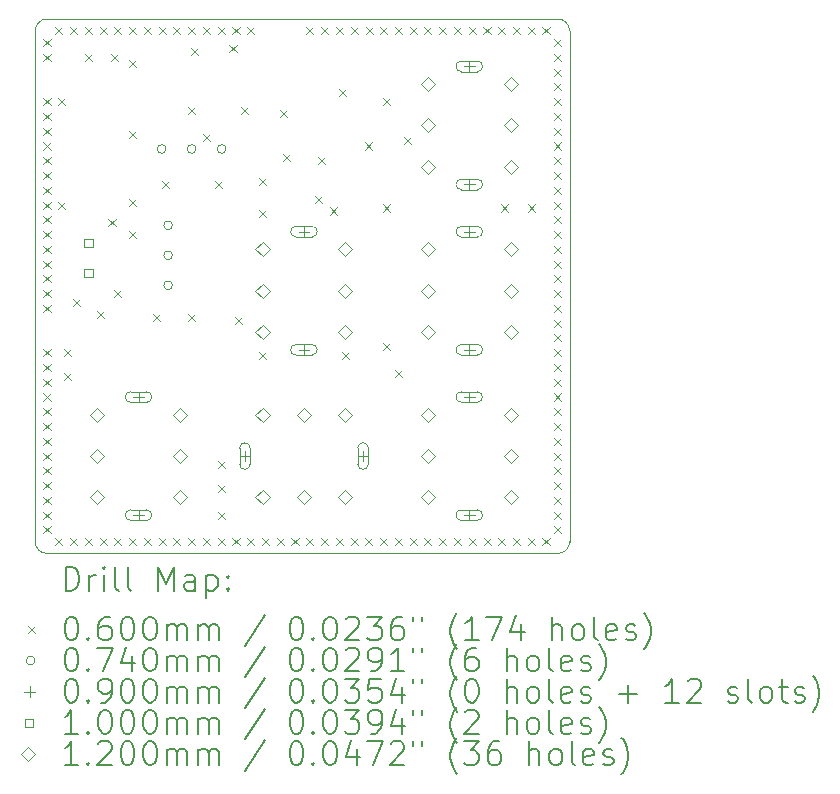
<source format=gbr>
%TF.GenerationSoftware,KiCad,Pcbnew,8.0.2*%
%TF.CreationDate,2024-06-05T16:45:07+02:00*%
%TF.ProjectId,IF to LOW_IF Mixer,49462074-6f20-44c4-9f57-5f4946204d69,rev?*%
%TF.SameCoordinates,Original*%
%TF.FileFunction,Drillmap*%
%TF.FilePolarity,Positive*%
%FSLAX45Y45*%
G04 Gerber Fmt 4.5, Leading zero omitted, Abs format (unit mm)*
G04 Created by KiCad (PCBNEW 8.0.2) date 2024-06-05 16:45:07*
%MOMM*%
%LPD*%
G01*
G04 APERTURE LIST*
%ADD10C,0.050000*%
%ADD11C,0.200000*%
%ADD12C,0.100000*%
%ADD13C,0.120000*%
G04 APERTURE END LIST*
D10*
X12250000Y-4400000D02*
X7925000Y-4400000D01*
X7925000Y-8925000D02*
X12250000Y-8925000D01*
X12350000Y-8825000D02*
X12350000Y-4500000D01*
X12350000Y-8825000D02*
G75*
G02*
X12250000Y-8925000I-100000J0D01*
G01*
X7825000Y-4500000D02*
X7825000Y-8825000D01*
X7825000Y-4500000D02*
G75*
G02*
X7925000Y-4400000I100000J0D01*
G01*
X7925000Y-8925000D02*
G75*
G02*
X7825000Y-8825000I0J100000D01*
G01*
X12250000Y-4400000D02*
G75*
G02*
X12350000Y-4500000I0J-100000D01*
G01*
D11*
D12*
X7895000Y-4570000D02*
X7955000Y-4630000D01*
X7955000Y-4570000D02*
X7895000Y-4630000D01*
X7895000Y-4695000D02*
X7955000Y-4755000D01*
X7955000Y-4695000D02*
X7895000Y-4755000D01*
X7895000Y-5070000D02*
X7955000Y-5130000D01*
X7955000Y-5070000D02*
X7895000Y-5130000D01*
X7895000Y-5195000D02*
X7955000Y-5255000D01*
X7955000Y-5195000D02*
X7895000Y-5255000D01*
X7895000Y-5320000D02*
X7955000Y-5380000D01*
X7955000Y-5320000D02*
X7895000Y-5380000D01*
X7895000Y-5445000D02*
X7955000Y-5505000D01*
X7955000Y-5445000D02*
X7895000Y-5505000D01*
X7895000Y-5570000D02*
X7955000Y-5630000D01*
X7955000Y-5570000D02*
X7895000Y-5630000D01*
X7895000Y-5695000D02*
X7955000Y-5755000D01*
X7955000Y-5695000D02*
X7895000Y-5755000D01*
X7895000Y-5820000D02*
X7955000Y-5880000D01*
X7955000Y-5820000D02*
X7895000Y-5880000D01*
X7895000Y-5945000D02*
X7955000Y-6005000D01*
X7955000Y-5945000D02*
X7895000Y-6005000D01*
X7895000Y-6070000D02*
X7955000Y-6130000D01*
X7955000Y-6070000D02*
X7895000Y-6130000D01*
X7895000Y-6195000D02*
X7955000Y-6255000D01*
X7955000Y-6195000D02*
X7895000Y-6255000D01*
X7895000Y-6320000D02*
X7955000Y-6380000D01*
X7955000Y-6320000D02*
X7895000Y-6380000D01*
X7895000Y-6445000D02*
X7955000Y-6505000D01*
X7955000Y-6445000D02*
X7895000Y-6505000D01*
X7895000Y-6570000D02*
X7955000Y-6630000D01*
X7955000Y-6570000D02*
X7895000Y-6630000D01*
X7895000Y-6695000D02*
X7955000Y-6755000D01*
X7955000Y-6695000D02*
X7895000Y-6755000D01*
X7895000Y-6820000D02*
X7955000Y-6880000D01*
X7955000Y-6820000D02*
X7895000Y-6880000D01*
X7895000Y-7195000D02*
X7955000Y-7255000D01*
X7955000Y-7195000D02*
X7895000Y-7255000D01*
X7895000Y-7320000D02*
X7955000Y-7380000D01*
X7955000Y-7320000D02*
X7895000Y-7380000D01*
X7895000Y-7445000D02*
X7955000Y-7505000D01*
X7955000Y-7445000D02*
X7895000Y-7505000D01*
X7895000Y-7570000D02*
X7955000Y-7630000D01*
X7955000Y-7570000D02*
X7895000Y-7630000D01*
X7895000Y-7695000D02*
X7955000Y-7755000D01*
X7955000Y-7695000D02*
X7895000Y-7755000D01*
X7895000Y-7820000D02*
X7955000Y-7880000D01*
X7955000Y-7820000D02*
X7895000Y-7880000D01*
X7895000Y-7945000D02*
X7955000Y-8005000D01*
X7955000Y-7945000D02*
X7895000Y-8005000D01*
X7895000Y-8070000D02*
X7955000Y-8130000D01*
X7955000Y-8070000D02*
X7895000Y-8130000D01*
X7895000Y-8195000D02*
X7955000Y-8255000D01*
X7955000Y-8195000D02*
X7895000Y-8255000D01*
X7895000Y-8320000D02*
X7955000Y-8380000D01*
X7955000Y-8320000D02*
X7895000Y-8380000D01*
X7895000Y-8445000D02*
X7955000Y-8505000D01*
X7955000Y-8445000D02*
X7895000Y-8505000D01*
X7895000Y-8570000D02*
X7955000Y-8630000D01*
X7955000Y-8570000D02*
X7895000Y-8630000D01*
X7895000Y-8695000D02*
X7955000Y-8755000D01*
X7955000Y-8695000D02*
X7895000Y-8755000D01*
X7995000Y-4470000D02*
X8055000Y-4530000D01*
X8055000Y-4470000D02*
X7995000Y-4530000D01*
X7995000Y-8795000D02*
X8055000Y-8855000D01*
X8055000Y-8795000D02*
X7995000Y-8855000D01*
X8020000Y-5070000D02*
X8080000Y-5130000D01*
X8080000Y-5070000D02*
X8020000Y-5130000D01*
X8020000Y-5945000D02*
X8080000Y-6005000D01*
X8080000Y-5945000D02*
X8020000Y-6005000D01*
X8070000Y-7195000D02*
X8130000Y-7255000D01*
X8130000Y-7195000D02*
X8070000Y-7255000D01*
X8070000Y-7395000D02*
X8130000Y-7455000D01*
X8130000Y-7395000D02*
X8070000Y-7455000D01*
X8120000Y-4470000D02*
X8180000Y-4530000D01*
X8180000Y-4470000D02*
X8120000Y-4530000D01*
X8120000Y-8795000D02*
X8180000Y-8855000D01*
X8180000Y-8795000D02*
X8120000Y-8855000D01*
X8145000Y-6770000D02*
X8205000Y-6830000D01*
X8205000Y-6770000D02*
X8145000Y-6830000D01*
X8245000Y-4470000D02*
X8305000Y-4530000D01*
X8305000Y-4470000D02*
X8245000Y-4530000D01*
X8245000Y-4695000D02*
X8305000Y-4755000D01*
X8305000Y-4695000D02*
X8245000Y-4755000D01*
X8245000Y-8795000D02*
X8305000Y-8855000D01*
X8305000Y-8795000D02*
X8245000Y-8855000D01*
X8345000Y-6870000D02*
X8405000Y-6930000D01*
X8405000Y-6870000D02*
X8345000Y-6930000D01*
X8370000Y-4470000D02*
X8430000Y-4530000D01*
X8430000Y-4470000D02*
X8370000Y-4530000D01*
X8370000Y-8795000D02*
X8430000Y-8855000D01*
X8430000Y-8795000D02*
X8370000Y-8855000D01*
X8445000Y-6095000D02*
X8505000Y-6155000D01*
X8505000Y-6095000D02*
X8445000Y-6155000D01*
X8470000Y-4695000D02*
X8530000Y-4755000D01*
X8530000Y-4695000D02*
X8470000Y-4755000D01*
X8495000Y-4470000D02*
X8555000Y-4530000D01*
X8555000Y-4470000D02*
X8495000Y-4530000D01*
X8495000Y-6695000D02*
X8555000Y-6755000D01*
X8555000Y-6695000D02*
X8495000Y-6755000D01*
X8495000Y-8795000D02*
X8555000Y-8855000D01*
X8555000Y-8795000D02*
X8495000Y-8855000D01*
X8620000Y-4470000D02*
X8680000Y-4530000D01*
X8680000Y-4470000D02*
X8620000Y-4530000D01*
X8620000Y-4745000D02*
X8680000Y-4805000D01*
X8680000Y-4745000D02*
X8620000Y-4805000D01*
X8620000Y-5345000D02*
X8680000Y-5405000D01*
X8680000Y-5345000D02*
X8620000Y-5405000D01*
X8620000Y-5920000D02*
X8680000Y-5980000D01*
X8680000Y-5920000D02*
X8620000Y-5980000D01*
X8620000Y-6195000D02*
X8680000Y-6255000D01*
X8680000Y-6195000D02*
X8620000Y-6255000D01*
X8620000Y-8795000D02*
X8680000Y-8855000D01*
X8680000Y-8795000D02*
X8620000Y-8855000D01*
X8745000Y-4470000D02*
X8805000Y-4530000D01*
X8805000Y-4470000D02*
X8745000Y-4530000D01*
X8745000Y-8795000D02*
X8805000Y-8855000D01*
X8805000Y-8795000D02*
X8745000Y-8855000D01*
X8820000Y-6895000D02*
X8880000Y-6955000D01*
X8880000Y-6895000D02*
X8820000Y-6955000D01*
X8870000Y-4470000D02*
X8930000Y-4530000D01*
X8930000Y-4470000D02*
X8870000Y-4530000D01*
X8870000Y-8795000D02*
X8930000Y-8855000D01*
X8930000Y-8795000D02*
X8870000Y-8855000D01*
X8895000Y-5770000D02*
X8955000Y-5830000D01*
X8955000Y-5770000D02*
X8895000Y-5830000D01*
X8995000Y-4470000D02*
X9055000Y-4530000D01*
X9055000Y-4470000D02*
X8995000Y-4530000D01*
X8995000Y-8795000D02*
X9055000Y-8855000D01*
X9055000Y-8795000D02*
X8995000Y-8855000D01*
X9120000Y-4470000D02*
X9180000Y-4530000D01*
X9180000Y-4470000D02*
X9120000Y-4530000D01*
X9120000Y-5145000D02*
X9180000Y-5205000D01*
X9180000Y-5145000D02*
X9120000Y-5205000D01*
X9120000Y-6895000D02*
X9180000Y-6955000D01*
X9180000Y-6895000D02*
X9120000Y-6955000D01*
X9120000Y-8795000D02*
X9180000Y-8855000D01*
X9180000Y-8795000D02*
X9120000Y-8855000D01*
X9145000Y-4645000D02*
X9205000Y-4705000D01*
X9205000Y-4645000D02*
X9145000Y-4705000D01*
X9245000Y-4470000D02*
X9305000Y-4530000D01*
X9305000Y-4470000D02*
X9245000Y-4530000D01*
X9245000Y-5370000D02*
X9305000Y-5430000D01*
X9305000Y-5370000D02*
X9245000Y-5430000D01*
X9245000Y-8795000D02*
X9305000Y-8855000D01*
X9305000Y-8795000D02*
X9245000Y-8855000D01*
X9345000Y-5770000D02*
X9405000Y-5830000D01*
X9405000Y-5770000D02*
X9345000Y-5830000D01*
X9370000Y-4470000D02*
X9430000Y-4530000D01*
X9430000Y-4470000D02*
X9370000Y-4530000D01*
X9370000Y-8145000D02*
X9430000Y-8205000D01*
X9430000Y-8145000D02*
X9370000Y-8205000D01*
X9370000Y-8345000D02*
X9430000Y-8405000D01*
X9430000Y-8345000D02*
X9370000Y-8405000D01*
X9370000Y-8570000D02*
X9430000Y-8630000D01*
X9430000Y-8570000D02*
X9370000Y-8630000D01*
X9370000Y-8795000D02*
X9430000Y-8855000D01*
X9430000Y-8795000D02*
X9370000Y-8855000D01*
X9470000Y-4620000D02*
X9530000Y-4680000D01*
X9530000Y-4620000D02*
X9470000Y-4680000D01*
X9495000Y-4470000D02*
X9555000Y-4530000D01*
X9555000Y-4470000D02*
X9495000Y-4530000D01*
X9495000Y-8795000D02*
X9555000Y-8855000D01*
X9555000Y-8795000D02*
X9495000Y-8855000D01*
X9520000Y-6920000D02*
X9580000Y-6980000D01*
X9580000Y-6920000D02*
X9520000Y-6980000D01*
X9570000Y-5145000D02*
X9630000Y-5205000D01*
X9630000Y-5145000D02*
X9570000Y-5205000D01*
X9620000Y-4470000D02*
X9680000Y-4530000D01*
X9680000Y-4470000D02*
X9620000Y-4530000D01*
X9620000Y-8795000D02*
X9680000Y-8855000D01*
X9680000Y-8795000D02*
X9620000Y-8855000D01*
X9720000Y-5745000D02*
X9780000Y-5805000D01*
X9780000Y-5745000D02*
X9720000Y-5805000D01*
X9720000Y-6020000D02*
X9780000Y-6080000D01*
X9780000Y-6020000D02*
X9720000Y-6080000D01*
X9720000Y-7220000D02*
X9780000Y-7280000D01*
X9780000Y-7220000D02*
X9720000Y-7280000D01*
X9745000Y-8795000D02*
X9805000Y-8855000D01*
X9805000Y-8795000D02*
X9745000Y-8855000D01*
X9870000Y-8795000D02*
X9930000Y-8855000D01*
X9930000Y-8795000D02*
X9870000Y-8855000D01*
X9895000Y-5170000D02*
X9955000Y-5230000D01*
X9955000Y-5170000D02*
X9895000Y-5230000D01*
X9920000Y-5545000D02*
X9980000Y-5605000D01*
X9980000Y-5545000D02*
X9920000Y-5605000D01*
X9995000Y-8795000D02*
X10055000Y-8855000D01*
X10055000Y-8795000D02*
X9995000Y-8855000D01*
X10120000Y-4470000D02*
X10180000Y-4530000D01*
X10180000Y-4470000D02*
X10120000Y-4530000D01*
X10120000Y-8795000D02*
X10180000Y-8855000D01*
X10180000Y-8795000D02*
X10120000Y-8855000D01*
X10195000Y-5895000D02*
X10255000Y-5955000D01*
X10255000Y-5895000D02*
X10195000Y-5955000D01*
X10220000Y-5570000D02*
X10280000Y-5630000D01*
X10280000Y-5570000D02*
X10220000Y-5630000D01*
X10245000Y-4470000D02*
X10305000Y-4530000D01*
X10305000Y-4470000D02*
X10245000Y-4530000D01*
X10245000Y-8795000D02*
X10305000Y-8855000D01*
X10305000Y-8795000D02*
X10245000Y-8855000D01*
X10320000Y-5995000D02*
X10380000Y-6055000D01*
X10380000Y-5995000D02*
X10320000Y-6055000D01*
X10370000Y-4470000D02*
X10430000Y-4530000D01*
X10430000Y-4470000D02*
X10370000Y-4530000D01*
X10373060Y-8794617D02*
X10433060Y-8854617D01*
X10433060Y-8794617D02*
X10373060Y-8854617D01*
X10395000Y-4995000D02*
X10455000Y-5055000D01*
X10455000Y-4995000D02*
X10395000Y-5055000D01*
X10420000Y-7220000D02*
X10480000Y-7280000D01*
X10480000Y-7220000D02*
X10420000Y-7280000D01*
X10495000Y-4470000D02*
X10555000Y-4530000D01*
X10555000Y-4470000D02*
X10495000Y-4530000D01*
X10495000Y-8795000D02*
X10555000Y-8855000D01*
X10555000Y-8795000D02*
X10495000Y-8855000D01*
X10620000Y-5445000D02*
X10680000Y-5505000D01*
X10680000Y-5445000D02*
X10620000Y-5505000D01*
X10620000Y-8795000D02*
X10680000Y-8855000D01*
X10680000Y-8795000D02*
X10620000Y-8855000D01*
X10623060Y-4469617D02*
X10683060Y-4529617D01*
X10683060Y-4469617D02*
X10623060Y-4529617D01*
X10745000Y-4470000D02*
X10805000Y-4530000D01*
X10805000Y-4470000D02*
X10745000Y-4530000D01*
X10745000Y-8795000D02*
X10805000Y-8855000D01*
X10805000Y-8795000D02*
X10745000Y-8855000D01*
X10770000Y-5070000D02*
X10830000Y-5130000D01*
X10830000Y-5070000D02*
X10770000Y-5130000D01*
X10770000Y-5970000D02*
X10830000Y-6030000D01*
X10830000Y-5970000D02*
X10770000Y-6030000D01*
X10770000Y-7145000D02*
X10830000Y-7205000D01*
X10830000Y-7145000D02*
X10770000Y-7205000D01*
X10870000Y-4470000D02*
X10930000Y-4530000D01*
X10930000Y-4470000D02*
X10870000Y-4530000D01*
X10870000Y-7370000D02*
X10930000Y-7430000D01*
X10930000Y-7370000D02*
X10870000Y-7430000D01*
X10870000Y-8795000D02*
X10930000Y-8855000D01*
X10930000Y-8795000D02*
X10870000Y-8855000D01*
X10945000Y-5395000D02*
X11005000Y-5455000D01*
X11005000Y-5395000D02*
X10945000Y-5455000D01*
X10995000Y-4470000D02*
X11055000Y-4530000D01*
X11055000Y-4470000D02*
X10995000Y-4530000D01*
X10995000Y-8795000D02*
X11055000Y-8855000D01*
X11055000Y-8795000D02*
X10995000Y-8855000D01*
X11120000Y-4470000D02*
X11180000Y-4530000D01*
X11180000Y-4470000D02*
X11120000Y-4530000D01*
X11120000Y-8795000D02*
X11180000Y-8855000D01*
X11180000Y-8795000D02*
X11120000Y-8855000D01*
X11245000Y-4470000D02*
X11305000Y-4530000D01*
X11305000Y-4470000D02*
X11245000Y-4530000D01*
X11245000Y-8795000D02*
X11305000Y-8855000D01*
X11305000Y-8795000D02*
X11245000Y-8855000D01*
X11370000Y-4470000D02*
X11430000Y-4530000D01*
X11430000Y-4470000D02*
X11370000Y-4530000D01*
X11370000Y-8795000D02*
X11430000Y-8855000D01*
X11430000Y-8795000D02*
X11370000Y-8855000D01*
X11495000Y-4470000D02*
X11555000Y-4530000D01*
X11555000Y-4470000D02*
X11495000Y-4530000D01*
X11495000Y-8795000D02*
X11555000Y-8855000D01*
X11555000Y-8795000D02*
X11495000Y-8855000D01*
X11620000Y-4470000D02*
X11680000Y-4530000D01*
X11680000Y-4470000D02*
X11620000Y-4530000D01*
X11623060Y-8794617D02*
X11683060Y-8854617D01*
X11683060Y-8794617D02*
X11623060Y-8854617D01*
X11745000Y-4470000D02*
X11805000Y-4530000D01*
X11805000Y-4470000D02*
X11745000Y-4530000D01*
X11745000Y-8795000D02*
X11805000Y-8855000D01*
X11805000Y-8795000D02*
X11745000Y-8855000D01*
X11770000Y-5970000D02*
X11830000Y-6030000D01*
X11830000Y-5970000D02*
X11770000Y-6030000D01*
X11870000Y-8795000D02*
X11930000Y-8855000D01*
X11930000Y-8795000D02*
X11870000Y-8855000D01*
X11873060Y-4469617D02*
X11933060Y-4529617D01*
X11933060Y-4469617D02*
X11873060Y-4529617D01*
X11995000Y-4470000D02*
X12055000Y-4530000D01*
X12055000Y-4470000D02*
X11995000Y-4530000D01*
X11995000Y-5970000D02*
X12055000Y-6030000D01*
X12055000Y-5970000D02*
X11995000Y-6030000D01*
X11995000Y-8795000D02*
X12055000Y-8855000D01*
X12055000Y-8795000D02*
X11995000Y-8855000D01*
X12120000Y-4470000D02*
X12180000Y-4530000D01*
X12180000Y-4470000D02*
X12120000Y-4530000D01*
X12120000Y-8795000D02*
X12180000Y-8855000D01*
X12180000Y-8795000D02*
X12120000Y-8855000D01*
X12220000Y-4570000D02*
X12280000Y-4630000D01*
X12280000Y-4570000D02*
X12220000Y-4630000D01*
X12220000Y-4695000D02*
X12280000Y-4755000D01*
X12280000Y-4695000D02*
X12220000Y-4755000D01*
X12220000Y-4820000D02*
X12280000Y-4880000D01*
X12280000Y-4820000D02*
X12220000Y-4880000D01*
X12220000Y-4945000D02*
X12280000Y-5005000D01*
X12280000Y-4945000D02*
X12220000Y-5005000D01*
X12220000Y-5070000D02*
X12280000Y-5130000D01*
X12280000Y-5070000D02*
X12220000Y-5130000D01*
X12220000Y-5195000D02*
X12280000Y-5255000D01*
X12280000Y-5195000D02*
X12220000Y-5255000D01*
X12220000Y-5320000D02*
X12280000Y-5380000D01*
X12280000Y-5320000D02*
X12220000Y-5380000D01*
X12220000Y-5445000D02*
X12280000Y-5505000D01*
X12280000Y-5445000D02*
X12220000Y-5505000D01*
X12220000Y-5570000D02*
X12280000Y-5630000D01*
X12280000Y-5570000D02*
X12220000Y-5630000D01*
X12220000Y-5695000D02*
X12280000Y-5755000D01*
X12280000Y-5695000D02*
X12220000Y-5755000D01*
X12220000Y-5820000D02*
X12280000Y-5880000D01*
X12280000Y-5820000D02*
X12220000Y-5880000D01*
X12220000Y-5945000D02*
X12280000Y-6005000D01*
X12280000Y-5945000D02*
X12220000Y-6005000D01*
X12220000Y-6070000D02*
X12280000Y-6130000D01*
X12280000Y-6070000D02*
X12220000Y-6130000D01*
X12220000Y-6195000D02*
X12280000Y-6255000D01*
X12280000Y-6195000D02*
X12220000Y-6255000D01*
X12220000Y-6320000D02*
X12280000Y-6380000D01*
X12280000Y-6320000D02*
X12220000Y-6380000D01*
X12220000Y-6445000D02*
X12280000Y-6505000D01*
X12280000Y-6445000D02*
X12220000Y-6505000D01*
X12220000Y-6570000D02*
X12280000Y-6630000D01*
X12280000Y-6570000D02*
X12220000Y-6630000D01*
X12220000Y-6695000D02*
X12280000Y-6755000D01*
X12280000Y-6695000D02*
X12220000Y-6755000D01*
X12220000Y-6820000D02*
X12280000Y-6880000D01*
X12280000Y-6820000D02*
X12220000Y-6880000D01*
X12220000Y-6945000D02*
X12280000Y-7005000D01*
X12280000Y-6945000D02*
X12220000Y-7005000D01*
X12220000Y-7070000D02*
X12280000Y-7130000D01*
X12280000Y-7070000D02*
X12220000Y-7130000D01*
X12220000Y-7195000D02*
X12280000Y-7255000D01*
X12280000Y-7195000D02*
X12220000Y-7255000D01*
X12220000Y-7320000D02*
X12280000Y-7380000D01*
X12280000Y-7320000D02*
X12220000Y-7380000D01*
X12220000Y-7445000D02*
X12280000Y-7505000D01*
X12280000Y-7445000D02*
X12220000Y-7505000D01*
X12220000Y-7570000D02*
X12280000Y-7630000D01*
X12280000Y-7570000D02*
X12220000Y-7630000D01*
X12220000Y-7695000D02*
X12280000Y-7755000D01*
X12280000Y-7695000D02*
X12220000Y-7755000D01*
X12220000Y-7820000D02*
X12280000Y-7880000D01*
X12280000Y-7820000D02*
X12220000Y-7880000D01*
X12220000Y-7945000D02*
X12280000Y-8005000D01*
X12280000Y-7945000D02*
X12220000Y-8005000D01*
X12220000Y-8070000D02*
X12280000Y-8130000D01*
X12280000Y-8070000D02*
X12220000Y-8130000D01*
X12220000Y-8195000D02*
X12280000Y-8255000D01*
X12280000Y-8195000D02*
X12220000Y-8255000D01*
X12220000Y-8320000D02*
X12280000Y-8380000D01*
X12280000Y-8320000D02*
X12220000Y-8380000D01*
X12220000Y-8445000D02*
X12280000Y-8505000D01*
X12280000Y-8445000D02*
X12220000Y-8505000D01*
X12220000Y-8570000D02*
X12280000Y-8630000D01*
X12280000Y-8570000D02*
X12220000Y-8630000D01*
X12220000Y-8695000D02*
X12280000Y-8755000D01*
X12280000Y-8695000D02*
X12220000Y-8755000D01*
X8933000Y-5500000D02*
G75*
G02*
X8859000Y-5500000I-37000J0D01*
G01*
X8859000Y-5500000D02*
G75*
G02*
X8933000Y-5500000I37000J0D01*
G01*
X8987000Y-6146000D02*
G75*
G02*
X8913000Y-6146000I-37000J0D01*
G01*
X8913000Y-6146000D02*
G75*
G02*
X8987000Y-6146000I37000J0D01*
G01*
X8987000Y-6400000D02*
G75*
G02*
X8913000Y-6400000I-37000J0D01*
G01*
X8913000Y-6400000D02*
G75*
G02*
X8987000Y-6400000I37000J0D01*
G01*
X8987000Y-6654000D02*
G75*
G02*
X8913000Y-6654000I-37000J0D01*
G01*
X8913000Y-6654000D02*
G75*
G02*
X8987000Y-6654000I37000J0D01*
G01*
X9187000Y-5500000D02*
G75*
G02*
X9113000Y-5500000I-37000J0D01*
G01*
X9113000Y-5500000D02*
G75*
G02*
X9187000Y-5500000I37000J0D01*
G01*
X9441000Y-5500000D02*
G75*
G02*
X9367000Y-5500000I-37000J0D01*
G01*
X9367000Y-5500000D02*
G75*
G02*
X9441000Y-5500000I37000J0D01*
G01*
X8700000Y-7555000D02*
X8700000Y-7645000D01*
X8655000Y-7600000D02*
X8745000Y-7600000D01*
X8632500Y-7645000D02*
X8767500Y-7645000D01*
X8767500Y-7555000D02*
G75*
G02*
X8767500Y-7645000I0J-45000D01*
G01*
X8767500Y-7555000D02*
X8632500Y-7555000D01*
X8632500Y-7555000D02*
G75*
G03*
X8632500Y-7645000I0J-45000D01*
G01*
X8700000Y-8555000D02*
X8700000Y-8645000D01*
X8655000Y-8600000D02*
X8745000Y-8600000D01*
X8632500Y-8645000D02*
X8767500Y-8645000D01*
X8767500Y-8555000D02*
G75*
G02*
X8767500Y-8645000I0J-45000D01*
G01*
X8767500Y-8555000D02*
X8632500Y-8555000D01*
X8632500Y-8555000D02*
G75*
G03*
X8632500Y-8645000I0J-45000D01*
G01*
X9600000Y-8055000D02*
X9600000Y-8145000D01*
X9555000Y-8100000D02*
X9645000Y-8100000D01*
X9645000Y-8167500D02*
X9645000Y-8032500D01*
X9555000Y-8032500D02*
G75*
G02*
X9645000Y-8032500I45000J0D01*
G01*
X9555000Y-8032500D02*
X9555000Y-8167500D01*
X9555000Y-8167500D02*
G75*
G03*
X9645000Y-8167500I45000J0D01*
G01*
X10100000Y-6155000D02*
X10100000Y-6245000D01*
X10055000Y-6200000D02*
X10145000Y-6200000D01*
X10167500Y-6155000D02*
X10032500Y-6155000D01*
X10032500Y-6245000D02*
G75*
G02*
X10032500Y-6155000I0J45000D01*
G01*
X10032500Y-6245000D02*
X10167500Y-6245000D01*
X10167500Y-6245000D02*
G75*
G03*
X10167500Y-6155000I0J45000D01*
G01*
X10100000Y-7155000D02*
X10100000Y-7245000D01*
X10055000Y-7200000D02*
X10145000Y-7200000D01*
X10167500Y-7155000D02*
X10032500Y-7155000D01*
X10032500Y-7245000D02*
G75*
G02*
X10032500Y-7155000I0J45000D01*
G01*
X10032500Y-7245000D02*
X10167500Y-7245000D01*
X10167500Y-7245000D02*
G75*
G03*
X10167500Y-7155000I0J45000D01*
G01*
X10600000Y-8055000D02*
X10600000Y-8145000D01*
X10555000Y-8100000D02*
X10645000Y-8100000D01*
X10645000Y-8167500D02*
X10645000Y-8032500D01*
X10555000Y-8032500D02*
G75*
G02*
X10645000Y-8032500I45000J0D01*
G01*
X10555000Y-8032500D02*
X10555000Y-8167500D01*
X10555000Y-8167500D02*
G75*
G03*
X10645000Y-8167500I45000J0D01*
G01*
X11500000Y-4755000D02*
X11500000Y-4845000D01*
X11455000Y-4800000D02*
X11545000Y-4800000D01*
X11567500Y-4755000D02*
X11432500Y-4755000D01*
X11432500Y-4845000D02*
G75*
G02*
X11432500Y-4755000I0J45000D01*
G01*
X11432500Y-4845000D02*
X11567500Y-4845000D01*
X11567500Y-4845000D02*
G75*
G03*
X11567500Y-4755000I0J45000D01*
G01*
X11500000Y-5755000D02*
X11500000Y-5845000D01*
X11455000Y-5800000D02*
X11545000Y-5800000D01*
X11567500Y-5755000D02*
X11432500Y-5755000D01*
X11432500Y-5845000D02*
G75*
G02*
X11432500Y-5755000I0J45000D01*
G01*
X11432500Y-5845000D02*
X11567500Y-5845000D01*
X11567500Y-5845000D02*
G75*
G03*
X11567500Y-5755000I0J45000D01*
G01*
X11500000Y-6155000D02*
X11500000Y-6245000D01*
X11455000Y-6200000D02*
X11545000Y-6200000D01*
X11432500Y-6245000D02*
X11567500Y-6245000D01*
X11567500Y-6155000D02*
G75*
G02*
X11567500Y-6245000I0J-45000D01*
G01*
X11567500Y-6155000D02*
X11432500Y-6155000D01*
X11432500Y-6155000D02*
G75*
G03*
X11432500Y-6245000I0J-45000D01*
G01*
X11500000Y-7155000D02*
X11500000Y-7245000D01*
X11455000Y-7200000D02*
X11545000Y-7200000D01*
X11432500Y-7245000D02*
X11567500Y-7245000D01*
X11567500Y-7155000D02*
G75*
G02*
X11567500Y-7245000I0J-45000D01*
G01*
X11567500Y-7155000D02*
X11432500Y-7155000D01*
X11432500Y-7155000D02*
G75*
G03*
X11432500Y-7245000I0J-45000D01*
G01*
X11500000Y-7555000D02*
X11500000Y-7645000D01*
X11455000Y-7600000D02*
X11545000Y-7600000D01*
X11432500Y-7645000D02*
X11567500Y-7645000D01*
X11567500Y-7555000D02*
G75*
G02*
X11567500Y-7645000I0J-45000D01*
G01*
X11567500Y-7555000D02*
X11432500Y-7555000D01*
X11432500Y-7555000D02*
G75*
G03*
X11432500Y-7645000I0J-45000D01*
G01*
X11500000Y-8555000D02*
X11500000Y-8645000D01*
X11455000Y-8600000D02*
X11545000Y-8600000D01*
X11432500Y-8645000D02*
X11567500Y-8645000D01*
X11567500Y-8555000D02*
G75*
G02*
X11567500Y-8645000I0J-45000D01*
G01*
X11567500Y-8555000D02*
X11432500Y-8555000D01*
X11432500Y-8555000D02*
G75*
G03*
X11432500Y-8645000I0J-45000D01*
G01*
X8310356Y-6333856D02*
X8310356Y-6263144D01*
X8239644Y-6263144D01*
X8239644Y-6333856D01*
X8310356Y-6333856D01*
X8310356Y-6587856D02*
X8310356Y-6517144D01*
X8239644Y-6517144D01*
X8239644Y-6587856D01*
X8310356Y-6587856D01*
D13*
X8350000Y-7810000D02*
X8410000Y-7750000D01*
X8350000Y-7690000D01*
X8290000Y-7750000D01*
X8350000Y-7810000D01*
X8350000Y-8160000D02*
X8410000Y-8100000D01*
X8350000Y-8040000D01*
X8290000Y-8100000D01*
X8350000Y-8160000D01*
X8350000Y-8510000D02*
X8410000Y-8450000D01*
X8350000Y-8390000D01*
X8290000Y-8450000D01*
X8350000Y-8510000D01*
X9050000Y-7810000D02*
X9110000Y-7750000D01*
X9050000Y-7690000D01*
X8990000Y-7750000D01*
X9050000Y-7810000D01*
X9050000Y-8160000D02*
X9110000Y-8100000D01*
X9050000Y-8040000D01*
X8990000Y-8100000D01*
X9050000Y-8160000D01*
X9050000Y-8510000D02*
X9110000Y-8450000D01*
X9050000Y-8390000D01*
X8990000Y-8450000D01*
X9050000Y-8510000D01*
X9750000Y-6410000D02*
X9810000Y-6350000D01*
X9750000Y-6290000D01*
X9690000Y-6350000D01*
X9750000Y-6410000D01*
X9750000Y-6760000D02*
X9810000Y-6700000D01*
X9750000Y-6640000D01*
X9690000Y-6700000D01*
X9750000Y-6760000D01*
X9750000Y-7110000D02*
X9810000Y-7050000D01*
X9750000Y-6990000D01*
X9690000Y-7050000D01*
X9750000Y-7110000D01*
X9750000Y-7810000D02*
X9810000Y-7750000D01*
X9750000Y-7690000D01*
X9690000Y-7750000D01*
X9750000Y-7810000D01*
X9750000Y-8510000D02*
X9810000Y-8450000D01*
X9750000Y-8390000D01*
X9690000Y-8450000D01*
X9750000Y-8510000D01*
X10100000Y-7810000D02*
X10160000Y-7750000D01*
X10100000Y-7690000D01*
X10040000Y-7750000D01*
X10100000Y-7810000D01*
X10100000Y-8510000D02*
X10160000Y-8450000D01*
X10100000Y-8390000D01*
X10040000Y-8450000D01*
X10100000Y-8510000D01*
X10450000Y-6410000D02*
X10510000Y-6350000D01*
X10450000Y-6290000D01*
X10390000Y-6350000D01*
X10450000Y-6410000D01*
X10450000Y-6760000D02*
X10510000Y-6700000D01*
X10450000Y-6640000D01*
X10390000Y-6700000D01*
X10450000Y-6760000D01*
X10450000Y-7110000D02*
X10510000Y-7050000D01*
X10450000Y-6990000D01*
X10390000Y-7050000D01*
X10450000Y-7110000D01*
X10450000Y-7810000D02*
X10510000Y-7750000D01*
X10450000Y-7690000D01*
X10390000Y-7750000D01*
X10450000Y-7810000D01*
X10450000Y-8510000D02*
X10510000Y-8450000D01*
X10450000Y-8390000D01*
X10390000Y-8450000D01*
X10450000Y-8510000D01*
X11150000Y-5010000D02*
X11210000Y-4950000D01*
X11150000Y-4890000D01*
X11090000Y-4950000D01*
X11150000Y-5010000D01*
X11150000Y-5360000D02*
X11210000Y-5300000D01*
X11150000Y-5240000D01*
X11090000Y-5300000D01*
X11150000Y-5360000D01*
X11150000Y-5710000D02*
X11210000Y-5650000D01*
X11150000Y-5590000D01*
X11090000Y-5650000D01*
X11150000Y-5710000D01*
X11150000Y-6410000D02*
X11210000Y-6350000D01*
X11150000Y-6290000D01*
X11090000Y-6350000D01*
X11150000Y-6410000D01*
X11150000Y-6760000D02*
X11210000Y-6700000D01*
X11150000Y-6640000D01*
X11090000Y-6700000D01*
X11150000Y-6760000D01*
X11150000Y-7110000D02*
X11210000Y-7050000D01*
X11150000Y-6990000D01*
X11090000Y-7050000D01*
X11150000Y-7110000D01*
X11150000Y-7810000D02*
X11210000Y-7750000D01*
X11150000Y-7690000D01*
X11090000Y-7750000D01*
X11150000Y-7810000D01*
X11150000Y-8160000D02*
X11210000Y-8100000D01*
X11150000Y-8040000D01*
X11090000Y-8100000D01*
X11150000Y-8160000D01*
X11150000Y-8510000D02*
X11210000Y-8450000D01*
X11150000Y-8390000D01*
X11090000Y-8450000D01*
X11150000Y-8510000D01*
X11850000Y-5010000D02*
X11910000Y-4950000D01*
X11850000Y-4890000D01*
X11790000Y-4950000D01*
X11850000Y-5010000D01*
X11850000Y-5360000D02*
X11910000Y-5300000D01*
X11850000Y-5240000D01*
X11790000Y-5300000D01*
X11850000Y-5360000D01*
X11850000Y-5710000D02*
X11910000Y-5650000D01*
X11850000Y-5590000D01*
X11790000Y-5650000D01*
X11850000Y-5710000D01*
X11850000Y-6410000D02*
X11910000Y-6350000D01*
X11850000Y-6290000D01*
X11790000Y-6350000D01*
X11850000Y-6410000D01*
X11850000Y-6760000D02*
X11910000Y-6700000D01*
X11850000Y-6640000D01*
X11790000Y-6700000D01*
X11850000Y-6760000D01*
X11850000Y-7110000D02*
X11910000Y-7050000D01*
X11850000Y-6990000D01*
X11790000Y-7050000D01*
X11850000Y-7110000D01*
X11850000Y-7810000D02*
X11910000Y-7750000D01*
X11850000Y-7690000D01*
X11790000Y-7750000D01*
X11850000Y-7810000D01*
X11850000Y-8160000D02*
X11910000Y-8100000D01*
X11850000Y-8040000D01*
X11790000Y-8100000D01*
X11850000Y-8160000D01*
X11850000Y-8510000D02*
X11910000Y-8450000D01*
X11850000Y-8390000D01*
X11790000Y-8450000D01*
X11850000Y-8510000D01*
D11*
X8083277Y-9238984D02*
X8083277Y-9038984D01*
X8083277Y-9038984D02*
X8130896Y-9038984D01*
X8130896Y-9038984D02*
X8159467Y-9048508D01*
X8159467Y-9048508D02*
X8178515Y-9067555D01*
X8178515Y-9067555D02*
X8188039Y-9086603D01*
X8188039Y-9086603D02*
X8197562Y-9124698D01*
X8197562Y-9124698D02*
X8197562Y-9153270D01*
X8197562Y-9153270D02*
X8188039Y-9191365D01*
X8188039Y-9191365D02*
X8178515Y-9210412D01*
X8178515Y-9210412D02*
X8159467Y-9229460D01*
X8159467Y-9229460D02*
X8130896Y-9238984D01*
X8130896Y-9238984D02*
X8083277Y-9238984D01*
X8283277Y-9238984D02*
X8283277Y-9105650D01*
X8283277Y-9143746D02*
X8292801Y-9124698D01*
X8292801Y-9124698D02*
X8302324Y-9115174D01*
X8302324Y-9115174D02*
X8321372Y-9105650D01*
X8321372Y-9105650D02*
X8340420Y-9105650D01*
X8407086Y-9238984D02*
X8407086Y-9105650D01*
X8407086Y-9038984D02*
X8397563Y-9048508D01*
X8397563Y-9048508D02*
X8407086Y-9058031D01*
X8407086Y-9058031D02*
X8416610Y-9048508D01*
X8416610Y-9048508D02*
X8407086Y-9038984D01*
X8407086Y-9038984D02*
X8407086Y-9058031D01*
X8530896Y-9238984D02*
X8511848Y-9229460D01*
X8511848Y-9229460D02*
X8502324Y-9210412D01*
X8502324Y-9210412D02*
X8502324Y-9038984D01*
X8635658Y-9238984D02*
X8616610Y-9229460D01*
X8616610Y-9229460D02*
X8607086Y-9210412D01*
X8607086Y-9210412D02*
X8607086Y-9038984D01*
X8864229Y-9238984D02*
X8864229Y-9038984D01*
X8864229Y-9038984D02*
X8930896Y-9181841D01*
X8930896Y-9181841D02*
X8997563Y-9038984D01*
X8997563Y-9038984D02*
X8997563Y-9238984D01*
X9178515Y-9238984D02*
X9178515Y-9134222D01*
X9178515Y-9134222D02*
X9168991Y-9115174D01*
X9168991Y-9115174D02*
X9149944Y-9105650D01*
X9149944Y-9105650D02*
X9111848Y-9105650D01*
X9111848Y-9105650D02*
X9092801Y-9115174D01*
X9178515Y-9229460D02*
X9159467Y-9238984D01*
X9159467Y-9238984D02*
X9111848Y-9238984D01*
X9111848Y-9238984D02*
X9092801Y-9229460D01*
X9092801Y-9229460D02*
X9083277Y-9210412D01*
X9083277Y-9210412D02*
X9083277Y-9191365D01*
X9083277Y-9191365D02*
X9092801Y-9172317D01*
X9092801Y-9172317D02*
X9111848Y-9162793D01*
X9111848Y-9162793D02*
X9159467Y-9162793D01*
X9159467Y-9162793D02*
X9178515Y-9153270D01*
X9273753Y-9105650D02*
X9273753Y-9305650D01*
X9273753Y-9115174D02*
X9292801Y-9105650D01*
X9292801Y-9105650D02*
X9330896Y-9105650D01*
X9330896Y-9105650D02*
X9349944Y-9115174D01*
X9349944Y-9115174D02*
X9359467Y-9124698D01*
X9359467Y-9124698D02*
X9368991Y-9143746D01*
X9368991Y-9143746D02*
X9368991Y-9200889D01*
X9368991Y-9200889D02*
X9359467Y-9219936D01*
X9359467Y-9219936D02*
X9349944Y-9229460D01*
X9349944Y-9229460D02*
X9330896Y-9238984D01*
X9330896Y-9238984D02*
X9292801Y-9238984D01*
X9292801Y-9238984D02*
X9273753Y-9229460D01*
X9454705Y-9219936D02*
X9464229Y-9229460D01*
X9464229Y-9229460D02*
X9454705Y-9238984D01*
X9454705Y-9238984D02*
X9445182Y-9229460D01*
X9445182Y-9229460D02*
X9454705Y-9219936D01*
X9454705Y-9219936D02*
X9454705Y-9238984D01*
X9454705Y-9115174D02*
X9464229Y-9124698D01*
X9464229Y-9124698D02*
X9454705Y-9134222D01*
X9454705Y-9134222D02*
X9445182Y-9124698D01*
X9445182Y-9124698D02*
X9454705Y-9115174D01*
X9454705Y-9115174D02*
X9454705Y-9134222D01*
D12*
X7762500Y-9537500D02*
X7822500Y-9597500D01*
X7822500Y-9537500D02*
X7762500Y-9597500D01*
D11*
X8121372Y-9458984D02*
X8140420Y-9458984D01*
X8140420Y-9458984D02*
X8159467Y-9468508D01*
X8159467Y-9468508D02*
X8168991Y-9478031D01*
X8168991Y-9478031D02*
X8178515Y-9497079D01*
X8178515Y-9497079D02*
X8188039Y-9535174D01*
X8188039Y-9535174D02*
X8188039Y-9582793D01*
X8188039Y-9582793D02*
X8178515Y-9620889D01*
X8178515Y-9620889D02*
X8168991Y-9639936D01*
X8168991Y-9639936D02*
X8159467Y-9649460D01*
X8159467Y-9649460D02*
X8140420Y-9658984D01*
X8140420Y-9658984D02*
X8121372Y-9658984D01*
X8121372Y-9658984D02*
X8102324Y-9649460D01*
X8102324Y-9649460D02*
X8092801Y-9639936D01*
X8092801Y-9639936D02*
X8083277Y-9620889D01*
X8083277Y-9620889D02*
X8073753Y-9582793D01*
X8073753Y-9582793D02*
X8073753Y-9535174D01*
X8073753Y-9535174D02*
X8083277Y-9497079D01*
X8083277Y-9497079D02*
X8092801Y-9478031D01*
X8092801Y-9478031D02*
X8102324Y-9468508D01*
X8102324Y-9468508D02*
X8121372Y-9458984D01*
X8273753Y-9639936D02*
X8283277Y-9649460D01*
X8283277Y-9649460D02*
X8273753Y-9658984D01*
X8273753Y-9658984D02*
X8264229Y-9649460D01*
X8264229Y-9649460D02*
X8273753Y-9639936D01*
X8273753Y-9639936D02*
X8273753Y-9658984D01*
X8454705Y-9458984D02*
X8416610Y-9458984D01*
X8416610Y-9458984D02*
X8397563Y-9468508D01*
X8397563Y-9468508D02*
X8388039Y-9478031D01*
X8388039Y-9478031D02*
X8368991Y-9506603D01*
X8368991Y-9506603D02*
X8359467Y-9544698D01*
X8359467Y-9544698D02*
X8359467Y-9620889D01*
X8359467Y-9620889D02*
X8368991Y-9639936D01*
X8368991Y-9639936D02*
X8378515Y-9649460D01*
X8378515Y-9649460D02*
X8397563Y-9658984D01*
X8397563Y-9658984D02*
X8435658Y-9658984D01*
X8435658Y-9658984D02*
X8454705Y-9649460D01*
X8454705Y-9649460D02*
X8464229Y-9639936D01*
X8464229Y-9639936D02*
X8473753Y-9620889D01*
X8473753Y-9620889D02*
X8473753Y-9573270D01*
X8473753Y-9573270D02*
X8464229Y-9554222D01*
X8464229Y-9554222D02*
X8454705Y-9544698D01*
X8454705Y-9544698D02*
X8435658Y-9535174D01*
X8435658Y-9535174D02*
X8397563Y-9535174D01*
X8397563Y-9535174D02*
X8378515Y-9544698D01*
X8378515Y-9544698D02*
X8368991Y-9554222D01*
X8368991Y-9554222D02*
X8359467Y-9573270D01*
X8597563Y-9458984D02*
X8616610Y-9458984D01*
X8616610Y-9458984D02*
X8635658Y-9468508D01*
X8635658Y-9468508D02*
X8645182Y-9478031D01*
X8645182Y-9478031D02*
X8654705Y-9497079D01*
X8654705Y-9497079D02*
X8664229Y-9535174D01*
X8664229Y-9535174D02*
X8664229Y-9582793D01*
X8664229Y-9582793D02*
X8654705Y-9620889D01*
X8654705Y-9620889D02*
X8645182Y-9639936D01*
X8645182Y-9639936D02*
X8635658Y-9649460D01*
X8635658Y-9649460D02*
X8616610Y-9658984D01*
X8616610Y-9658984D02*
X8597563Y-9658984D01*
X8597563Y-9658984D02*
X8578515Y-9649460D01*
X8578515Y-9649460D02*
X8568991Y-9639936D01*
X8568991Y-9639936D02*
X8559467Y-9620889D01*
X8559467Y-9620889D02*
X8549944Y-9582793D01*
X8549944Y-9582793D02*
X8549944Y-9535174D01*
X8549944Y-9535174D02*
X8559467Y-9497079D01*
X8559467Y-9497079D02*
X8568991Y-9478031D01*
X8568991Y-9478031D02*
X8578515Y-9468508D01*
X8578515Y-9468508D02*
X8597563Y-9458984D01*
X8788039Y-9458984D02*
X8807086Y-9458984D01*
X8807086Y-9458984D02*
X8826134Y-9468508D01*
X8826134Y-9468508D02*
X8835658Y-9478031D01*
X8835658Y-9478031D02*
X8845182Y-9497079D01*
X8845182Y-9497079D02*
X8854705Y-9535174D01*
X8854705Y-9535174D02*
X8854705Y-9582793D01*
X8854705Y-9582793D02*
X8845182Y-9620889D01*
X8845182Y-9620889D02*
X8835658Y-9639936D01*
X8835658Y-9639936D02*
X8826134Y-9649460D01*
X8826134Y-9649460D02*
X8807086Y-9658984D01*
X8807086Y-9658984D02*
X8788039Y-9658984D01*
X8788039Y-9658984D02*
X8768991Y-9649460D01*
X8768991Y-9649460D02*
X8759467Y-9639936D01*
X8759467Y-9639936D02*
X8749944Y-9620889D01*
X8749944Y-9620889D02*
X8740420Y-9582793D01*
X8740420Y-9582793D02*
X8740420Y-9535174D01*
X8740420Y-9535174D02*
X8749944Y-9497079D01*
X8749944Y-9497079D02*
X8759467Y-9478031D01*
X8759467Y-9478031D02*
X8768991Y-9468508D01*
X8768991Y-9468508D02*
X8788039Y-9458984D01*
X8940420Y-9658984D02*
X8940420Y-9525650D01*
X8940420Y-9544698D02*
X8949944Y-9535174D01*
X8949944Y-9535174D02*
X8968991Y-9525650D01*
X8968991Y-9525650D02*
X8997563Y-9525650D01*
X8997563Y-9525650D02*
X9016610Y-9535174D01*
X9016610Y-9535174D02*
X9026134Y-9554222D01*
X9026134Y-9554222D02*
X9026134Y-9658984D01*
X9026134Y-9554222D02*
X9035658Y-9535174D01*
X9035658Y-9535174D02*
X9054705Y-9525650D01*
X9054705Y-9525650D02*
X9083277Y-9525650D01*
X9083277Y-9525650D02*
X9102325Y-9535174D01*
X9102325Y-9535174D02*
X9111848Y-9554222D01*
X9111848Y-9554222D02*
X9111848Y-9658984D01*
X9207086Y-9658984D02*
X9207086Y-9525650D01*
X9207086Y-9544698D02*
X9216610Y-9535174D01*
X9216610Y-9535174D02*
X9235658Y-9525650D01*
X9235658Y-9525650D02*
X9264229Y-9525650D01*
X9264229Y-9525650D02*
X9283277Y-9535174D01*
X9283277Y-9535174D02*
X9292801Y-9554222D01*
X9292801Y-9554222D02*
X9292801Y-9658984D01*
X9292801Y-9554222D02*
X9302325Y-9535174D01*
X9302325Y-9535174D02*
X9321372Y-9525650D01*
X9321372Y-9525650D02*
X9349944Y-9525650D01*
X9349944Y-9525650D02*
X9368991Y-9535174D01*
X9368991Y-9535174D02*
X9378515Y-9554222D01*
X9378515Y-9554222D02*
X9378515Y-9658984D01*
X9768991Y-9449460D02*
X9597563Y-9706603D01*
X10026134Y-9458984D02*
X10045182Y-9458984D01*
X10045182Y-9458984D02*
X10064229Y-9468508D01*
X10064229Y-9468508D02*
X10073753Y-9478031D01*
X10073753Y-9478031D02*
X10083277Y-9497079D01*
X10083277Y-9497079D02*
X10092801Y-9535174D01*
X10092801Y-9535174D02*
X10092801Y-9582793D01*
X10092801Y-9582793D02*
X10083277Y-9620889D01*
X10083277Y-9620889D02*
X10073753Y-9639936D01*
X10073753Y-9639936D02*
X10064229Y-9649460D01*
X10064229Y-9649460D02*
X10045182Y-9658984D01*
X10045182Y-9658984D02*
X10026134Y-9658984D01*
X10026134Y-9658984D02*
X10007087Y-9649460D01*
X10007087Y-9649460D02*
X9997563Y-9639936D01*
X9997563Y-9639936D02*
X9988039Y-9620889D01*
X9988039Y-9620889D02*
X9978515Y-9582793D01*
X9978515Y-9582793D02*
X9978515Y-9535174D01*
X9978515Y-9535174D02*
X9988039Y-9497079D01*
X9988039Y-9497079D02*
X9997563Y-9478031D01*
X9997563Y-9478031D02*
X10007087Y-9468508D01*
X10007087Y-9468508D02*
X10026134Y-9458984D01*
X10178515Y-9639936D02*
X10188039Y-9649460D01*
X10188039Y-9649460D02*
X10178515Y-9658984D01*
X10178515Y-9658984D02*
X10168991Y-9649460D01*
X10168991Y-9649460D02*
X10178515Y-9639936D01*
X10178515Y-9639936D02*
X10178515Y-9658984D01*
X10311848Y-9458984D02*
X10330896Y-9458984D01*
X10330896Y-9458984D02*
X10349944Y-9468508D01*
X10349944Y-9468508D02*
X10359468Y-9478031D01*
X10359468Y-9478031D02*
X10368991Y-9497079D01*
X10368991Y-9497079D02*
X10378515Y-9535174D01*
X10378515Y-9535174D02*
X10378515Y-9582793D01*
X10378515Y-9582793D02*
X10368991Y-9620889D01*
X10368991Y-9620889D02*
X10359468Y-9639936D01*
X10359468Y-9639936D02*
X10349944Y-9649460D01*
X10349944Y-9649460D02*
X10330896Y-9658984D01*
X10330896Y-9658984D02*
X10311848Y-9658984D01*
X10311848Y-9658984D02*
X10292801Y-9649460D01*
X10292801Y-9649460D02*
X10283277Y-9639936D01*
X10283277Y-9639936D02*
X10273753Y-9620889D01*
X10273753Y-9620889D02*
X10264229Y-9582793D01*
X10264229Y-9582793D02*
X10264229Y-9535174D01*
X10264229Y-9535174D02*
X10273753Y-9497079D01*
X10273753Y-9497079D02*
X10283277Y-9478031D01*
X10283277Y-9478031D02*
X10292801Y-9468508D01*
X10292801Y-9468508D02*
X10311848Y-9458984D01*
X10454706Y-9478031D02*
X10464229Y-9468508D01*
X10464229Y-9468508D02*
X10483277Y-9458984D01*
X10483277Y-9458984D02*
X10530896Y-9458984D01*
X10530896Y-9458984D02*
X10549944Y-9468508D01*
X10549944Y-9468508D02*
X10559468Y-9478031D01*
X10559468Y-9478031D02*
X10568991Y-9497079D01*
X10568991Y-9497079D02*
X10568991Y-9516127D01*
X10568991Y-9516127D02*
X10559468Y-9544698D01*
X10559468Y-9544698D02*
X10445182Y-9658984D01*
X10445182Y-9658984D02*
X10568991Y-9658984D01*
X10635658Y-9458984D02*
X10759468Y-9458984D01*
X10759468Y-9458984D02*
X10692801Y-9535174D01*
X10692801Y-9535174D02*
X10721372Y-9535174D01*
X10721372Y-9535174D02*
X10740420Y-9544698D01*
X10740420Y-9544698D02*
X10749944Y-9554222D01*
X10749944Y-9554222D02*
X10759468Y-9573270D01*
X10759468Y-9573270D02*
X10759468Y-9620889D01*
X10759468Y-9620889D02*
X10749944Y-9639936D01*
X10749944Y-9639936D02*
X10740420Y-9649460D01*
X10740420Y-9649460D02*
X10721372Y-9658984D01*
X10721372Y-9658984D02*
X10664229Y-9658984D01*
X10664229Y-9658984D02*
X10645182Y-9649460D01*
X10645182Y-9649460D02*
X10635658Y-9639936D01*
X10930896Y-9458984D02*
X10892801Y-9458984D01*
X10892801Y-9458984D02*
X10873753Y-9468508D01*
X10873753Y-9468508D02*
X10864229Y-9478031D01*
X10864229Y-9478031D02*
X10845182Y-9506603D01*
X10845182Y-9506603D02*
X10835658Y-9544698D01*
X10835658Y-9544698D02*
X10835658Y-9620889D01*
X10835658Y-9620889D02*
X10845182Y-9639936D01*
X10845182Y-9639936D02*
X10854706Y-9649460D01*
X10854706Y-9649460D02*
X10873753Y-9658984D01*
X10873753Y-9658984D02*
X10911849Y-9658984D01*
X10911849Y-9658984D02*
X10930896Y-9649460D01*
X10930896Y-9649460D02*
X10940420Y-9639936D01*
X10940420Y-9639936D02*
X10949944Y-9620889D01*
X10949944Y-9620889D02*
X10949944Y-9573270D01*
X10949944Y-9573270D02*
X10940420Y-9554222D01*
X10940420Y-9554222D02*
X10930896Y-9544698D01*
X10930896Y-9544698D02*
X10911849Y-9535174D01*
X10911849Y-9535174D02*
X10873753Y-9535174D01*
X10873753Y-9535174D02*
X10854706Y-9544698D01*
X10854706Y-9544698D02*
X10845182Y-9554222D01*
X10845182Y-9554222D02*
X10835658Y-9573270D01*
X11026134Y-9458984D02*
X11026134Y-9497079D01*
X11102325Y-9458984D02*
X11102325Y-9497079D01*
X11397563Y-9735174D02*
X11388039Y-9725650D01*
X11388039Y-9725650D02*
X11368991Y-9697079D01*
X11368991Y-9697079D02*
X11359468Y-9678031D01*
X11359468Y-9678031D02*
X11349944Y-9649460D01*
X11349944Y-9649460D02*
X11340420Y-9601841D01*
X11340420Y-9601841D02*
X11340420Y-9563746D01*
X11340420Y-9563746D02*
X11349944Y-9516127D01*
X11349944Y-9516127D02*
X11359468Y-9487555D01*
X11359468Y-9487555D02*
X11368991Y-9468508D01*
X11368991Y-9468508D02*
X11388039Y-9439936D01*
X11388039Y-9439936D02*
X11397563Y-9430412D01*
X11578515Y-9658984D02*
X11464229Y-9658984D01*
X11521372Y-9658984D02*
X11521372Y-9458984D01*
X11521372Y-9458984D02*
X11502325Y-9487555D01*
X11502325Y-9487555D02*
X11483277Y-9506603D01*
X11483277Y-9506603D02*
X11464229Y-9516127D01*
X11645182Y-9458984D02*
X11778515Y-9458984D01*
X11778515Y-9458984D02*
X11692801Y-9658984D01*
X11940420Y-9525650D02*
X11940420Y-9658984D01*
X11892801Y-9449460D02*
X11845182Y-9592317D01*
X11845182Y-9592317D02*
X11968991Y-9592317D01*
X12197563Y-9658984D02*
X12197563Y-9458984D01*
X12283277Y-9658984D02*
X12283277Y-9554222D01*
X12283277Y-9554222D02*
X12273753Y-9535174D01*
X12273753Y-9535174D02*
X12254706Y-9525650D01*
X12254706Y-9525650D02*
X12226134Y-9525650D01*
X12226134Y-9525650D02*
X12207087Y-9535174D01*
X12207087Y-9535174D02*
X12197563Y-9544698D01*
X12407087Y-9658984D02*
X12388039Y-9649460D01*
X12388039Y-9649460D02*
X12378515Y-9639936D01*
X12378515Y-9639936D02*
X12368991Y-9620889D01*
X12368991Y-9620889D02*
X12368991Y-9563746D01*
X12368991Y-9563746D02*
X12378515Y-9544698D01*
X12378515Y-9544698D02*
X12388039Y-9535174D01*
X12388039Y-9535174D02*
X12407087Y-9525650D01*
X12407087Y-9525650D02*
X12435658Y-9525650D01*
X12435658Y-9525650D02*
X12454706Y-9535174D01*
X12454706Y-9535174D02*
X12464230Y-9544698D01*
X12464230Y-9544698D02*
X12473753Y-9563746D01*
X12473753Y-9563746D02*
X12473753Y-9620889D01*
X12473753Y-9620889D02*
X12464230Y-9639936D01*
X12464230Y-9639936D02*
X12454706Y-9649460D01*
X12454706Y-9649460D02*
X12435658Y-9658984D01*
X12435658Y-9658984D02*
X12407087Y-9658984D01*
X12588039Y-9658984D02*
X12568991Y-9649460D01*
X12568991Y-9649460D02*
X12559468Y-9630412D01*
X12559468Y-9630412D02*
X12559468Y-9458984D01*
X12740420Y-9649460D02*
X12721372Y-9658984D01*
X12721372Y-9658984D02*
X12683277Y-9658984D01*
X12683277Y-9658984D02*
X12664230Y-9649460D01*
X12664230Y-9649460D02*
X12654706Y-9630412D01*
X12654706Y-9630412D02*
X12654706Y-9554222D01*
X12654706Y-9554222D02*
X12664230Y-9535174D01*
X12664230Y-9535174D02*
X12683277Y-9525650D01*
X12683277Y-9525650D02*
X12721372Y-9525650D01*
X12721372Y-9525650D02*
X12740420Y-9535174D01*
X12740420Y-9535174D02*
X12749944Y-9554222D01*
X12749944Y-9554222D02*
X12749944Y-9573270D01*
X12749944Y-9573270D02*
X12654706Y-9592317D01*
X12826134Y-9649460D02*
X12845182Y-9658984D01*
X12845182Y-9658984D02*
X12883277Y-9658984D01*
X12883277Y-9658984D02*
X12902325Y-9649460D01*
X12902325Y-9649460D02*
X12911849Y-9630412D01*
X12911849Y-9630412D02*
X12911849Y-9620889D01*
X12911849Y-9620889D02*
X12902325Y-9601841D01*
X12902325Y-9601841D02*
X12883277Y-9592317D01*
X12883277Y-9592317D02*
X12854706Y-9592317D01*
X12854706Y-9592317D02*
X12835658Y-9582793D01*
X12835658Y-9582793D02*
X12826134Y-9563746D01*
X12826134Y-9563746D02*
X12826134Y-9554222D01*
X12826134Y-9554222D02*
X12835658Y-9535174D01*
X12835658Y-9535174D02*
X12854706Y-9525650D01*
X12854706Y-9525650D02*
X12883277Y-9525650D01*
X12883277Y-9525650D02*
X12902325Y-9535174D01*
X12978515Y-9735174D02*
X12988039Y-9725650D01*
X12988039Y-9725650D02*
X13007087Y-9697079D01*
X13007087Y-9697079D02*
X13016611Y-9678031D01*
X13016611Y-9678031D02*
X13026134Y-9649460D01*
X13026134Y-9649460D02*
X13035658Y-9601841D01*
X13035658Y-9601841D02*
X13035658Y-9563746D01*
X13035658Y-9563746D02*
X13026134Y-9516127D01*
X13026134Y-9516127D02*
X13016611Y-9487555D01*
X13016611Y-9487555D02*
X13007087Y-9468508D01*
X13007087Y-9468508D02*
X12988039Y-9439936D01*
X12988039Y-9439936D02*
X12978515Y-9430412D01*
D12*
X7822500Y-9831500D02*
G75*
G02*
X7748500Y-9831500I-37000J0D01*
G01*
X7748500Y-9831500D02*
G75*
G02*
X7822500Y-9831500I37000J0D01*
G01*
D11*
X8121372Y-9722984D02*
X8140420Y-9722984D01*
X8140420Y-9722984D02*
X8159467Y-9732508D01*
X8159467Y-9732508D02*
X8168991Y-9742031D01*
X8168991Y-9742031D02*
X8178515Y-9761079D01*
X8178515Y-9761079D02*
X8188039Y-9799174D01*
X8188039Y-9799174D02*
X8188039Y-9846793D01*
X8188039Y-9846793D02*
X8178515Y-9884889D01*
X8178515Y-9884889D02*
X8168991Y-9903936D01*
X8168991Y-9903936D02*
X8159467Y-9913460D01*
X8159467Y-9913460D02*
X8140420Y-9922984D01*
X8140420Y-9922984D02*
X8121372Y-9922984D01*
X8121372Y-9922984D02*
X8102324Y-9913460D01*
X8102324Y-9913460D02*
X8092801Y-9903936D01*
X8092801Y-9903936D02*
X8083277Y-9884889D01*
X8083277Y-9884889D02*
X8073753Y-9846793D01*
X8073753Y-9846793D02*
X8073753Y-9799174D01*
X8073753Y-9799174D02*
X8083277Y-9761079D01*
X8083277Y-9761079D02*
X8092801Y-9742031D01*
X8092801Y-9742031D02*
X8102324Y-9732508D01*
X8102324Y-9732508D02*
X8121372Y-9722984D01*
X8273753Y-9903936D02*
X8283277Y-9913460D01*
X8283277Y-9913460D02*
X8273753Y-9922984D01*
X8273753Y-9922984D02*
X8264229Y-9913460D01*
X8264229Y-9913460D02*
X8273753Y-9903936D01*
X8273753Y-9903936D02*
X8273753Y-9922984D01*
X8349943Y-9722984D02*
X8483277Y-9722984D01*
X8483277Y-9722984D02*
X8397563Y-9922984D01*
X8645182Y-9789650D02*
X8645182Y-9922984D01*
X8597563Y-9713460D02*
X8549944Y-9856317D01*
X8549944Y-9856317D02*
X8673753Y-9856317D01*
X8788039Y-9722984D02*
X8807086Y-9722984D01*
X8807086Y-9722984D02*
X8826134Y-9732508D01*
X8826134Y-9732508D02*
X8835658Y-9742031D01*
X8835658Y-9742031D02*
X8845182Y-9761079D01*
X8845182Y-9761079D02*
X8854705Y-9799174D01*
X8854705Y-9799174D02*
X8854705Y-9846793D01*
X8854705Y-9846793D02*
X8845182Y-9884889D01*
X8845182Y-9884889D02*
X8835658Y-9903936D01*
X8835658Y-9903936D02*
X8826134Y-9913460D01*
X8826134Y-9913460D02*
X8807086Y-9922984D01*
X8807086Y-9922984D02*
X8788039Y-9922984D01*
X8788039Y-9922984D02*
X8768991Y-9913460D01*
X8768991Y-9913460D02*
X8759467Y-9903936D01*
X8759467Y-9903936D02*
X8749944Y-9884889D01*
X8749944Y-9884889D02*
X8740420Y-9846793D01*
X8740420Y-9846793D02*
X8740420Y-9799174D01*
X8740420Y-9799174D02*
X8749944Y-9761079D01*
X8749944Y-9761079D02*
X8759467Y-9742031D01*
X8759467Y-9742031D02*
X8768991Y-9732508D01*
X8768991Y-9732508D02*
X8788039Y-9722984D01*
X8940420Y-9922984D02*
X8940420Y-9789650D01*
X8940420Y-9808698D02*
X8949944Y-9799174D01*
X8949944Y-9799174D02*
X8968991Y-9789650D01*
X8968991Y-9789650D02*
X8997563Y-9789650D01*
X8997563Y-9789650D02*
X9016610Y-9799174D01*
X9016610Y-9799174D02*
X9026134Y-9818222D01*
X9026134Y-9818222D02*
X9026134Y-9922984D01*
X9026134Y-9818222D02*
X9035658Y-9799174D01*
X9035658Y-9799174D02*
X9054705Y-9789650D01*
X9054705Y-9789650D02*
X9083277Y-9789650D01*
X9083277Y-9789650D02*
X9102325Y-9799174D01*
X9102325Y-9799174D02*
X9111848Y-9818222D01*
X9111848Y-9818222D02*
X9111848Y-9922984D01*
X9207086Y-9922984D02*
X9207086Y-9789650D01*
X9207086Y-9808698D02*
X9216610Y-9799174D01*
X9216610Y-9799174D02*
X9235658Y-9789650D01*
X9235658Y-9789650D02*
X9264229Y-9789650D01*
X9264229Y-9789650D02*
X9283277Y-9799174D01*
X9283277Y-9799174D02*
X9292801Y-9818222D01*
X9292801Y-9818222D02*
X9292801Y-9922984D01*
X9292801Y-9818222D02*
X9302325Y-9799174D01*
X9302325Y-9799174D02*
X9321372Y-9789650D01*
X9321372Y-9789650D02*
X9349944Y-9789650D01*
X9349944Y-9789650D02*
X9368991Y-9799174D01*
X9368991Y-9799174D02*
X9378515Y-9818222D01*
X9378515Y-9818222D02*
X9378515Y-9922984D01*
X9768991Y-9713460D02*
X9597563Y-9970603D01*
X10026134Y-9722984D02*
X10045182Y-9722984D01*
X10045182Y-9722984D02*
X10064229Y-9732508D01*
X10064229Y-9732508D02*
X10073753Y-9742031D01*
X10073753Y-9742031D02*
X10083277Y-9761079D01*
X10083277Y-9761079D02*
X10092801Y-9799174D01*
X10092801Y-9799174D02*
X10092801Y-9846793D01*
X10092801Y-9846793D02*
X10083277Y-9884889D01*
X10083277Y-9884889D02*
X10073753Y-9903936D01*
X10073753Y-9903936D02*
X10064229Y-9913460D01*
X10064229Y-9913460D02*
X10045182Y-9922984D01*
X10045182Y-9922984D02*
X10026134Y-9922984D01*
X10026134Y-9922984D02*
X10007087Y-9913460D01*
X10007087Y-9913460D02*
X9997563Y-9903936D01*
X9997563Y-9903936D02*
X9988039Y-9884889D01*
X9988039Y-9884889D02*
X9978515Y-9846793D01*
X9978515Y-9846793D02*
X9978515Y-9799174D01*
X9978515Y-9799174D02*
X9988039Y-9761079D01*
X9988039Y-9761079D02*
X9997563Y-9742031D01*
X9997563Y-9742031D02*
X10007087Y-9732508D01*
X10007087Y-9732508D02*
X10026134Y-9722984D01*
X10178515Y-9903936D02*
X10188039Y-9913460D01*
X10188039Y-9913460D02*
X10178515Y-9922984D01*
X10178515Y-9922984D02*
X10168991Y-9913460D01*
X10168991Y-9913460D02*
X10178515Y-9903936D01*
X10178515Y-9903936D02*
X10178515Y-9922984D01*
X10311848Y-9722984D02*
X10330896Y-9722984D01*
X10330896Y-9722984D02*
X10349944Y-9732508D01*
X10349944Y-9732508D02*
X10359468Y-9742031D01*
X10359468Y-9742031D02*
X10368991Y-9761079D01*
X10368991Y-9761079D02*
X10378515Y-9799174D01*
X10378515Y-9799174D02*
X10378515Y-9846793D01*
X10378515Y-9846793D02*
X10368991Y-9884889D01*
X10368991Y-9884889D02*
X10359468Y-9903936D01*
X10359468Y-9903936D02*
X10349944Y-9913460D01*
X10349944Y-9913460D02*
X10330896Y-9922984D01*
X10330896Y-9922984D02*
X10311848Y-9922984D01*
X10311848Y-9922984D02*
X10292801Y-9913460D01*
X10292801Y-9913460D02*
X10283277Y-9903936D01*
X10283277Y-9903936D02*
X10273753Y-9884889D01*
X10273753Y-9884889D02*
X10264229Y-9846793D01*
X10264229Y-9846793D02*
X10264229Y-9799174D01*
X10264229Y-9799174D02*
X10273753Y-9761079D01*
X10273753Y-9761079D02*
X10283277Y-9742031D01*
X10283277Y-9742031D02*
X10292801Y-9732508D01*
X10292801Y-9732508D02*
X10311848Y-9722984D01*
X10454706Y-9742031D02*
X10464229Y-9732508D01*
X10464229Y-9732508D02*
X10483277Y-9722984D01*
X10483277Y-9722984D02*
X10530896Y-9722984D01*
X10530896Y-9722984D02*
X10549944Y-9732508D01*
X10549944Y-9732508D02*
X10559468Y-9742031D01*
X10559468Y-9742031D02*
X10568991Y-9761079D01*
X10568991Y-9761079D02*
X10568991Y-9780127D01*
X10568991Y-9780127D02*
X10559468Y-9808698D01*
X10559468Y-9808698D02*
X10445182Y-9922984D01*
X10445182Y-9922984D02*
X10568991Y-9922984D01*
X10664229Y-9922984D02*
X10702325Y-9922984D01*
X10702325Y-9922984D02*
X10721372Y-9913460D01*
X10721372Y-9913460D02*
X10730896Y-9903936D01*
X10730896Y-9903936D02*
X10749944Y-9875365D01*
X10749944Y-9875365D02*
X10759468Y-9837270D01*
X10759468Y-9837270D02*
X10759468Y-9761079D01*
X10759468Y-9761079D02*
X10749944Y-9742031D01*
X10749944Y-9742031D02*
X10740420Y-9732508D01*
X10740420Y-9732508D02*
X10721372Y-9722984D01*
X10721372Y-9722984D02*
X10683277Y-9722984D01*
X10683277Y-9722984D02*
X10664229Y-9732508D01*
X10664229Y-9732508D02*
X10654706Y-9742031D01*
X10654706Y-9742031D02*
X10645182Y-9761079D01*
X10645182Y-9761079D02*
X10645182Y-9808698D01*
X10645182Y-9808698D02*
X10654706Y-9827746D01*
X10654706Y-9827746D02*
X10664229Y-9837270D01*
X10664229Y-9837270D02*
X10683277Y-9846793D01*
X10683277Y-9846793D02*
X10721372Y-9846793D01*
X10721372Y-9846793D02*
X10740420Y-9837270D01*
X10740420Y-9837270D02*
X10749944Y-9827746D01*
X10749944Y-9827746D02*
X10759468Y-9808698D01*
X10949944Y-9922984D02*
X10835658Y-9922984D01*
X10892801Y-9922984D02*
X10892801Y-9722984D01*
X10892801Y-9722984D02*
X10873753Y-9751555D01*
X10873753Y-9751555D02*
X10854706Y-9770603D01*
X10854706Y-9770603D02*
X10835658Y-9780127D01*
X11026134Y-9722984D02*
X11026134Y-9761079D01*
X11102325Y-9722984D02*
X11102325Y-9761079D01*
X11397563Y-9999174D02*
X11388039Y-9989650D01*
X11388039Y-9989650D02*
X11368991Y-9961079D01*
X11368991Y-9961079D02*
X11359468Y-9942031D01*
X11359468Y-9942031D02*
X11349944Y-9913460D01*
X11349944Y-9913460D02*
X11340420Y-9865841D01*
X11340420Y-9865841D02*
X11340420Y-9827746D01*
X11340420Y-9827746D02*
X11349944Y-9780127D01*
X11349944Y-9780127D02*
X11359468Y-9751555D01*
X11359468Y-9751555D02*
X11368991Y-9732508D01*
X11368991Y-9732508D02*
X11388039Y-9703936D01*
X11388039Y-9703936D02*
X11397563Y-9694412D01*
X11559468Y-9722984D02*
X11521372Y-9722984D01*
X11521372Y-9722984D02*
X11502325Y-9732508D01*
X11502325Y-9732508D02*
X11492801Y-9742031D01*
X11492801Y-9742031D02*
X11473753Y-9770603D01*
X11473753Y-9770603D02*
X11464229Y-9808698D01*
X11464229Y-9808698D02*
X11464229Y-9884889D01*
X11464229Y-9884889D02*
X11473753Y-9903936D01*
X11473753Y-9903936D02*
X11483277Y-9913460D01*
X11483277Y-9913460D02*
X11502325Y-9922984D01*
X11502325Y-9922984D02*
X11540420Y-9922984D01*
X11540420Y-9922984D02*
X11559468Y-9913460D01*
X11559468Y-9913460D02*
X11568991Y-9903936D01*
X11568991Y-9903936D02*
X11578515Y-9884889D01*
X11578515Y-9884889D02*
X11578515Y-9837270D01*
X11578515Y-9837270D02*
X11568991Y-9818222D01*
X11568991Y-9818222D02*
X11559468Y-9808698D01*
X11559468Y-9808698D02*
X11540420Y-9799174D01*
X11540420Y-9799174D02*
X11502325Y-9799174D01*
X11502325Y-9799174D02*
X11483277Y-9808698D01*
X11483277Y-9808698D02*
X11473753Y-9818222D01*
X11473753Y-9818222D02*
X11464229Y-9837270D01*
X11816610Y-9922984D02*
X11816610Y-9722984D01*
X11902325Y-9922984D02*
X11902325Y-9818222D01*
X11902325Y-9818222D02*
X11892801Y-9799174D01*
X11892801Y-9799174D02*
X11873753Y-9789650D01*
X11873753Y-9789650D02*
X11845182Y-9789650D01*
X11845182Y-9789650D02*
X11826134Y-9799174D01*
X11826134Y-9799174D02*
X11816610Y-9808698D01*
X12026134Y-9922984D02*
X12007087Y-9913460D01*
X12007087Y-9913460D02*
X11997563Y-9903936D01*
X11997563Y-9903936D02*
X11988039Y-9884889D01*
X11988039Y-9884889D02*
X11988039Y-9827746D01*
X11988039Y-9827746D02*
X11997563Y-9808698D01*
X11997563Y-9808698D02*
X12007087Y-9799174D01*
X12007087Y-9799174D02*
X12026134Y-9789650D01*
X12026134Y-9789650D02*
X12054706Y-9789650D01*
X12054706Y-9789650D02*
X12073753Y-9799174D01*
X12073753Y-9799174D02*
X12083277Y-9808698D01*
X12083277Y-9808698D02*
X12092801Y-9827746D01*
X12092801Y-9827746D02*
X12092801Y-9884889D01*
X12092801Y-9884889D02*
X12083277Y-9903936D01*
X12083277Y-9903936D02*
X12073753Y-9913460D01*
X12073753Y-9913460D02*
X12054706Y-9922984D01*
X12054706Y-9922984D02*
X12026134Y-9922984D01*
X12207087Y-9922984D02*
X12188039Y-9913460D01*
X12188039Y-9913460D02*
X12178515Y-9894412D01*
X12178515Y-9894412D02*
X12178515Y-9722984D01*
X12359468Y-9913460D02*
X12340420Y-9922984D01*
X12340420Y-9922984D02*
X12302325Y-9922984D01*
X12302325Y-9922984D02*
X12283277Y-9913460D01*
X12283277Y-9913460D02*
X12273753Y-9894412D01*
X12273753Y-9894412D02*
X12273753Y-9818222D01*
X12273753Y-9818222D02*
X12283277Y-9799174D01*
X12283277Y-9799174D02*
X12302325Y-9789650D01*
X12302325Y-9789650D02*
X12340420Y-9789650D01*
X12340420Y-9789650D02*
X12359468Y-9799174D01*
X12359468Y-9799174D02*
X12368991Y-9818222D01*
X12368991Y-9818222D02*
X12368991Y-9837270D01*
X12368991Y-9837270D02*
X12273753Y-9856317D01*
X12445182Y-9913460D02*
X12464230Y-9922984D01*
X12464230Y-9922984D02*
X12502325Y-9922984D01*
X12502325Y-9922984D02*
X12521372Y-9913460D01*
X12521372Y-9913460D02*
X12530896Y-9894412D01*
X12530896Y-9894412D02*
X12530896Y-9884889D01*
X12530896Y-9884889D02*
X12521372Y-9865841D01*
X12521372Y-9865841D02*
X12502325Y-9856317D01*
X12502325Y-9856317D02*
X12473753Y-9856317D01*
X12473753Y-9856317D02*
X12454706Y-9846793D01*
X12454706Y-9846793D02*
X12445182Y-9827746D01*
X12445182Y-9827746D02*
X12445182Y-9818222D01*
X12445182Y-9818222D02*
X12454706Y-9799174D01*
X12454706Y-9799174D02*
X12473753Y-9789650D01*
X12473753Y-9789650D02*
X12502325Y-9789650D01*
X12502325Y-9789650D02*
X12521372Y-9799174D01*
X12597563Y-9999174D02*
X12607087Y-9989650D01*
X12607087Y-9989650D02*
X12626134Y-9961079D01*
X12626134Y-9961079D02*
X12635658Y-9942031D01*
X12635658Y-9942031D02*
X12645182Y-9913460D01*
X12645182Y-9913460D02*
X12654706Y-9865841D01*
X12654706Y-9865841D02*
X12654706Y-9827746D01*
X12654706Y-9827746D02*
X12645182Y-9780127D01*
X12645182Y-9780127D02*
X12635658Y-9751555D01*
X12635658Y-9751555D02*
X12626134Y-9732508D01*
X12626134Y-9732508D02*
X12607087Y-9703936D01*
X12607087Y-9703936D02*
X12597563Y-9694412D01*
D12*
X7777500Y-10050500D02*
X7777500Y-10140500D01*
X7732500Y-10095500D02*
X7822500Y-10095500D01*
D11*
X8121372Y-9986984D02*
X8140420Y-9986984D01*
X8140420Y-9986984D02*
X8159467Y-9996508D01*
X8159467Y-9996508D02*
X8168991Y-10006031D01*
X8168991Y-10006031D02*
X8178515Y-10025079D01*
X8178515Y-10025079D02*
X8188039Y-10063174D01*
X8188039Y-10063174D02*
X8188039Y-10110793D01*
X8188039Y-10110793D02*
X8178515Y-10148889D01*
X8178515Y-10148889D02*
X8168991Y-10167936D01*
X8168991Y-10167936D02*
X8159467Y-10177460D01*
X8159467Y-10177460D02*
X8140420Y-10186984D01*
X8140420Y-10186984D02*
X8121372Y-10186984D01*
X8121372Y-10186984D02*
X8102324Y-10177460D01*
X8102324Y-10177460D02*
X8092801Y-10167936D01*
X8092801Y-10167936D02*
X8083277Y-10148889D01*
X8083277Y-10148889D02*
X8073753Y-10110793D01*
X8073753Y-10110793D02*
X8073753Y-10063174D01*
X8073753Y-10063174D02*
X8083277Y-10025079D01*
X8083277Y-10025079D02*
X8092801Y-10006031D01*
X8092801Y-10006031D02*
X8102324Y-9996508D01*
X8102324Y-9996508D02*
X8121372Y-9986984D01*
X8273753Y-10167936D02*
X8283277Y-10177460D01*
X8283277Y-10177460D02*
X8273753Y-10186984D01*
X8273753Y-10186984D02*
X8264229Y-10177460D01*
X8264229Y-10177460D02*
X8273753Y-10167936D01*
X8273753Y-10167936D02*
X8273753Y-10186984D01*
X8378515Y-10186984D02*
X8416610Y-10186984D01*
X8416610Y-10186984D02*
X8435658Y-10177460D01*
X8435658Y-10177460D02*
X8445182Y-10167936D01*
X8445182Y-10167936D02*
X8464229Y-10139365D01*
X8464229Y-10139365D02*
X8473753Y-10101270D01*
X8473753Y-10101270D02*
X8473753Y-10025079D01*
X8473753Y-10025079D02*
X8464229Y-10006031D01*
X8464229Y-10006031D02*
X8454705Y-9996508D01*
X8454705Y-9996508D02*
X8435658Y-9986984D01*
X8435658Y-9986984D02*
X8397563Y-9986984D01*
X8397563Y-9986984D02*
X8378515Y-9996508D01*
X8378515Y-9996508D02*
X8368991Y-10006031D01*
X8368991Y-10006031D02*
X8359467Y-10025079D01*
X8359467Y-10025079D02*
X8359467Y-10072698D01*
X8359467Y-10072698D02*
X8368991Y-10091746D01*
X8368991Y-10091746D02*
X8378515Y-10101270D01*
X8378515Y-10101270D02*
X8397563Y-10110793D01*
X8397563Y-10110793D02*
X8435658Y-10110793D01*
X8435658Y-10110793D02*
X8454705Y-10101270D01*
X8454705Y-10101270D02*
X8464229Y-10091746D01*
X8464229Y-10091746D02*
X8473753Y-10072698D01*
X8597563Y-9986984D02*
X8616610Y-9986984D01*
X8616610Y-9986984D02*
X8635658Y-9996508D01*
X8635658Y-9996508D02*
X8645182Y-10006031D01*
X8645182Y-10006031D02*
X8654705Y-10025079D01*
X8654705Y-10025079D02*
X8664229Y-10063174D01*
X8664229Y-10063174D02*
X8664229Y-10110793D01*
X8664229Y-10110793D02*
X8654705Y-10148889D01*
X8654705Y-10148889D02*
X8645182Y-10167936D01*
X8645182Y-10167936D02*
X8635658Y-10177460D01*
X8635658Y-10177460D02*
X8616610Y-10186984D01*
X8616610Y-10186984D02*
X8597563Y-10186984D01*
X8597563Y-10186984D02*
X8578515Y-10177460D01*
X8578515Y-10177460D02*
X8568991Y-10167936D01*
X8568991Y-10167936D02*
X8559467Y-10148889D01*
X8559467Y-10148889D02*
X8549944Y-10110793D01*
X8549944Y-10110793D02*
X8549944Y-10063174D01*
X8549944Y-10063174D02*
X8559467Y-10025079D01*
X8559467Y-10025079D02*
X8568991Y-10006031D01*
X8568991Y-10006031D02*
X8578515Y-9996508D01*
X8578515Y-9996508D02*
X8597563Y-9986984D01*
X8788039Y-9986984D02*
X8807086Y-9986984D01*
X8807086Y-9986984D02*
X8826134Y-9996508D01*
X8826134Y-9996508D02*
X8835658Y-10006031D01*
X8835658Y-10006031D02*
X8845182Y-10025079D01*
X8845182Y-10025079D02*
X8854705Y-10063174D01*
X8854705Y-10063174D02*
X8854705Y-10110793D01*
X8854705Y-10110793D02*
X8845182Y-10148889D01*
X8845182Y-10148889D02*
X8835658Y-10167936D01*
X8835658Y-10167936D02*
X8826134Y-10177460D01*
X8826134Y-10177460D02*
X8807086Y-10186984D01*
X8807086Y-10186984D02*
X8788039Y-10186984D01*
X8788039Y-10186984D02*
X8768991Y-10177460D01*
X8768991Y-10177460D02*
X8759467Y-10167936D01*
X8759467Y-10167936D02*
X8749944Y-10148889D01*
X8749944Y-10148889D02*
X8740420Y-10110793D01*
X8740420Y-10110793D02*
X8740420Y-10063174D01*
X8740420Y-10063174D02*
X8749944Y-10025079D01*
X8749944Y-10025079D02*
X8759467Y-10006031D01*
X8759467Y-10006031D02*
X8768991Y-9996508D01*
X8768991Y-9996508D02*
X8788039Y-9986984D01*
X8940420Y-10186984D02*
X8940420Y-10053650D01*
X8940420Y-10072698D02*
X8949944Y-10063174D01*
X8949944Y-10063174D02*
X8968991Y-10053650D01*
X8968991Y-10053650D02*
X8997563Y-10053650D01*
X8997563Y-10053650D02*
X9016610Y-10063174D01*
X9016610Y-10063174D02*
X9026134Y-10082222D01*
X9026134Y-10082222D02*
X9026134Y-10186984D01*
X9026134Y-10082222D02*
X9035658Y-10063174D01*
X9035658Y-10063174D02*
X9054705Y-10053650D01*
X9054705Y-10053650D02*
X9083277Y-10053650D01*
X9083277Y-10053650D02*
X9102325Y-10063174D01*
X9102325Y-10063174D02*
X9111848Y-10082222D01*
X9111848Y-10082222D02*
X9111848Y-10186984D01*
X9207086Y-10186984D02*
X9207086Y-10053650D01*
X9207086Y-10072698D02*
X9216610Y-10063174D01*
X9216610Y-10063174D02*
X9235658Y-10053650D01*
X9235658Y-10053650D02*
X9264229Y-10053650D01*
X9264229Y-10053650D02*
X9283277Y-10063174D01*
X9283277Y-10063174D02*
X9292801Y-10082222D01*
X9292801Y-10082222D02*
X9292801Y-10186984D01*
X9292801Y-10082222D02*
X9302325Y-10063174D01*
X9302325Y-10063174D02*
X9321372Y-10053650D01*
X9321372Y-10053650D02*
X9349944Y-10053650D01*
X9349944Y-10053650D02*
X9368991Y-10063174D01*
X9368991Y-10063174D02*
X9378515Y-10082222D01*
X9378515Y-10082222D02*
X9378515Y-10186984D01*
X9768991Y-9977460D02*
X9597563Y-10234603D01*
X10026134Y-9986984D02*
X10045182Y-9986984D01*
X10045182Y-9986984D02*
X10064229Y-9996508D01*
X10064229Y-9996508D02*
X10073753Y-10006031D01*
X10073753Y-10006031D02*
X10083277Y-10025079D01*
X10083277Y-10025079D02*
X10092801Y-10063174D01*
X10092801Y-10063174D02*
X10092801Y-10110793D01*
X10092801Y-10110793D02*
X10083277Y-10148889D01*
X10083277Y-10148889D02*
X10073753Y-10167936D01*
X10073753Y-10167936D02*
X10064229Y-10177460D01*
X10064229Y-10177460D02*
X10045182Y-10186984D01*
X10045182Y-10186984D02*
X10026134Y-10186984D01*
X10026134Y-10186984D02*
X10007087Y-10177460D01*
X10007087Y-10177460D02*
X9997563Y-10167936D01*
X9997563Y-10167936D02*
X9988039Y-10148889D01*
X9988039Y-10148889D02*
X9978515Y-10110793D01*
X9978515Y-10110793D02*
X9978515Y-10063174D01*
X9978515Y-10063174D02*
X9988039Y-10025079D01*
X9988039Y-10025079D02*
X9997563Y-10006031D01*
X9997563Y-10006031D02*
X10007087Y-9996508D01*
X10007087Y-9996508D02*
X10026134Y-9986984D01*
X10178515Y-10167936D02*
X10188039Y-10177460D01*
X10188039Y-10177460D02*
X10178515Y-10186984D01*
X10178515Y-10186984D02*
X10168991Y-10177460D01*
X10168991Y-10177460D02*
X10178515Y-10167936D01*
X10178515Y-10167936D02*
X10178515Y-10186984D01*
X10311848Y-9986984D02*
X10330896Y-9986984D01*
X10330896Y-9986984D02*
X10349944Y-9996508D01*
X10349944Y-9996508D02*
X10359468Y-10006031D01*
X10359468Y-10006031D02*
X10368991Y-10025079D01*
X10368991Y-10025079D02*
X10378515Y-10063174D01*
X10378515Y-10063174D02*
X10378515Y-10110793D01*
X10378515Y-10110793D02*
X10368991Y-10148889D01*
X10368991Y-10148889D02*
X10359468Y-10167936D01*
X10359468Y-10167936D02*
X10349944Y-10177460D01*
X10349944Y-10177460D02*
X10330896Y-10186984D01*
X10330896Y-10186984D02*
X10311848Y-10186984D01*
X10311848Y-10186984D02*
X10292801Y-10177460D01*
X10292801Y-10177460D02*
X10283277Y-10167936D01*
X10283277Y-10167936D02*
X10273753Y-10148889D01*
X10273753Y-10148889D02*
X10264229Y-10110793D01*
X10264229Y-10110793D02*
X10264229Y-10063174D01*
X10264229Y-10063174D02*
X10273753Y-10025079D01*
X10273753Y-10025079D02*
X10283277Y-10006031D01*
X10283277Y-10006031D02*
X10292801Y-9996508D01*
X10292801Y-9996508D02*
X10311848Y-9986984D01*
X10445182Y-9986984D02*
X10568991Y-9986984D01*
X10568991Y-9986984D02*
X10502325Y-10063174D01*
X10502325Y-10063174D02*
X10530896Y-10063174D01*
X10530896Y-10063174D02*
X10549944Y-10072698D01*
X10549944Y-10072698D02*
X10559468Y-10082222D01*
X10559468Y-10082222D02*
X10568991Y-10101270D01*
X10568991Y-10101270D02*
X10568991Y-10148889D01*
X10568991Y-10148889D02*
X10559468Y-10167936D01*
X10559468Y-10167936D02*
X10549944Y-10177460D01*
X10549944Y-10177460D02*
X10530896Y-10186984D01*
X10530896Y-10186984D02*
X10473753Y-10186984D01*
X10473753Y-10186984D02*
X10454706Y-10177460D01*
X10454706Y-10177460D02*
X10445182Y-10167936D01*
X10749944Y-9986984D02*
X10654706Y-9986984D01*
X10654706Y-9986984D02*
X10645182Y-10082222D01*
X10645182Y-10082222D02*
X10654706Y-10072698D01*
X10654706Y-10072698D02*
X10673753Y-10063174D01*
X10673753Y-10063174D02*
X10721372Y-10063174D01*
X10721372Y-10063174D02*
X10740420Y-10072698D01*
X10740420Y-10072698D02*
X10749944Y-10082222D01*
X10749944Y-10082222D02*
X10759468Y-10101270D01*
X10759468Y-10101270D02*
X10759468Y-10148889D01*
X10759468Y-10148889D02*
X10749944Y-10167936D01*
X10749944Y-10167936D02*
X10740420Y-10177460D01*
X10740420Y-10177460D02*
X10721372Y-10186984D01*
X10721372Y-10186984D02*
X10673753Y-10186984D01*
X10673753Y-10186984D02*
X10654706Y-10177460D01*
X10654706Y-10177460D02*
X10645182Y-10167936D01*
X10930896Y-10053650D02*
X10930896Y-10186984D01*
X10883277Y-9977460D02*
X10835658Y-10120317D01*
X10835658Y-10120317D02*
X10959468Y-10120317D01*
X11026134Y-9986984D02*
X11026134Y-10025079D01*
X11102325Y-9986984D02*
X11102325Y-10025079D01*
X11397563Y-10263174D02*
X11388039Y-10253650D01*
X11388039Y-10253650D02*
X11368991Y-10225079D01*
X11368991Y-10225079D02*
X11359468Y-10206031D01*
X11359468Y-10206031D02*
X11349944Y-10177460D01*
X11349944Y-10177460D02*
X11340420Y-10129841D01*
X11340420Y-10129841D02*
X11340420Y-10091746D01*
X11340420Y-10091746D02*
X11349944Y-10044127D01*
X11349944Y-10044127D02*
X11359468Y-10015555D01*
X11359468Y-10015555D02*
X11368991Y-9996508D01*
X11368991Y-9996508D02*
X11388039Y-9967936D01*
X11388039Y-9967936D02*
X11397563Y-9958412D01*
X11511848Y-9986984D02*
X11530896Y-9986984D01*
X11530896Y-9986984D02*
X11549944Y-9996508D01*
X11549944Y-9996508D02*
X11559468Y-10006031D01*
X11559468Y-10006031D02*
X11568991Y-10025079D01*
X11568991Y-10025079D02*
X11578515Y-10063174D01*
X11578515Y-10063174D02*
X11578515Y-10110793D01*
X11578515Y-10110793D02*
X11568991Y-10148889D01*
X11568991Y-10148889D02*
X11559468Y-10167936D01*
X11559468Y-10167936D02*
X11549944Y-10177460D01*
X11549944Y-10177460D02*
X11530896Y-10186984D01*
X11530896Y-10186984D02*
X11511848Y-10186984D01*
X11511848Y-10186984D02*
X11492801Y-10177460D01*
X11492801Y-10177460D02*
X11483277Y-10167936D01*
X11483277Y-10167936D02*
X11473753Y-10148889D01*
X11473753Y-10148889D02*
X11464229Y-10110793D01*
X11464229Y-10110793D02*
X11464229Y-10063174D01*
X11464229Y-10063174D02*
X11473753Y-10025079D01*
X11473753Y-10025079D02*
X11483277Y-10006031D01*
X11483277Y-10006031D02*
X11492801Y-9996508D01*
X11492801Y-9996508D02*
X11511848Y-9986984D01*
X11816610Y-10186984D02*
X11816610Y-9986984D01*
X11902325Y-10186984D02*
X11902325Y-10082222D01*
X11902325Y-10082222D02*
X11892801Y-10063174D01*
X11892801Y-10063174D02*
X11873753Y-10053650D01*
X11873753Y-10053650D02*
X11845182Y-10053650D01*
X11845182Y-10053650D02*
X11826134Y-10063174D01*
X11826134Y-10063174D02*
X11816610Y-10072698D01*
X12026134Y-10186984D02*
X12007087Y-10177460D01*
X12007087Y-10177460D02*
X11997563Y-10167936D01*
X11997563Y-10167936D02*
X11988039Y-10148889D01*
X11988039Y-10148889D02*
X11988039Y-10091746D01*
X11988039Y-10091746D02*
X11997563Y-10072698D01*
X11997563Y-10072698D02*
X12007087Y-10063174D01*
X12007087Y-10063174D02*
X12026134Y-10053650D01*
X12026134Y-10053650D02*
X12054706Y-10053650D01*
X12054706Y-10053650D02*
X12073753Y-10063174D01*
X12073753Y-10063174D02*
X12083277Y-10072698D01*
X12083277Y-10072698D02*
X12092801Y-10091746D01*
X12092801Y-10091746D02*
X12092801Y-10148889D01*
X12092801Y-10148889D02*
X12083277Y-10167936D01*
X12083277Y-10167936D02*
X12073753Y-10177460D01*
X12073753Y-10177460D02*
X12054706Y-10186984D01*
X12054706Y-10186984D02*
X12026134Y-10186984D01*
X12207087Y-10186984D02*
X12188039Y-10177460D01*
X12188039Y-10177460D02*
X12178515Y-10158412D01*
X12178515Y-10158412D02*
X12178515Y-9986984D01*
X12359468Y-10177460D02*
X12340420Y-10186984D01*
X12340420Y-10186984D02*
X12302325Y-10186984D01*
X12302325Y-10186984D02*
X12283277Y-10177460D01*
X12283277Y-10177460D02*
X12273753Y-10158412D01*
X12273753Y-10158412D02*
X12273753Y-10082222D01*
X12273753Y-10082222D02*
X12283277Y-10063174D01*
X12283277Y-10063174D02*
X12302325Y-10053650D01*
X12302325Y-10053650D02*
X12340420Y-10053650D01*
X12340420Y-10053650D02*
X12359468Y-10063174D01*
X12359468Y-10063174D02*
X12368991Y-10082222D01*
X12368991Y-10082222D02*
X12368991Y-10101270D01*
X12368991Y-10101270D02*
X12273753Y-10120317D01*
X12445182Y-10177460D02*
X12464230Y-10186984D01*
X12464230Y-10186984D02*
X12502325Y-10186984D01*
X12502325Y-10186984D02*
X12521372Y-10177460D01*
X12521372Y-10177460D02*
X12530896Y-10158412D01*
X12530896Y-10158412D02*
X12530896Y-10148889D01*
X12530896Y-10148889D02*
X12521372Y-10129841D01*
X12521372Y-10129841D02*
X12502325Y-10120317D01*
X12502325Y-10120317D02*
X12473753Y-10120317D01*
X12473753Y-10120317D02*
X12454706Y-10110793D01*
X12454706Y-10110793D02*
X12445182Y-10091746D01*
X12445182Y-10091746D02*
X12445182Y-10082222D01*
X12445182Y-10082222D02*
X12454706Y-10063174D01*
X12454706Y-10063174D02*
X12473753Y-10053650D01*
X12473753Y-10053650D02*
X12502325Y-10053650D01*
X12502325Y-10053650D02*
X12521372Y-10063174D01*
X12768992Y-10110793D02*
X12921373Y-10110793D01*
X12845182Y-10186984D02*
X12845182Y-10034603D01*
X13273753Y-10186984D02*
X13159468Y-10186984D01*
X13216611Y-10186984D02*
X13216611Y-9986984D01*
X13216611Y-9986984D02*
X13197563Y-10015555D01*
X13197563Y-10015555D02*
X13178515Y-10034603D01*
X13178515Y-10034603D02*
X13159468Y-10044127D01*
X13349944Y-10006031D02*
X13359468Y-9996508D01*
X13359468Y-9996508D02*
X13378515Y-9986984D01*
X13378515Y-9986984D02*
X13426134Y-9986984D01*
X13426134Y-9986984D02*
X13445182Y-9996508D01*
X13445182Y-9996508D02*
X13454706Y-10006031D01*
X13454706Y-10006031D02*
X13464230Y-10025079D01*
X13464230Y-10025079D02*
X13464230Y-10044127D01*
X13464230Y-10044127D02*
X13454706Y-10072698D01*
X13454706Y-10072698D02*
X13340420Y-10186984D01*
X13340420Y-10186984D02*
X13464230Y-10186984D01*
X13692801Y-10177460D02*
X13711849Y-10186984D01*
X13711849Y-10186984D02*
X13749944Y-10186984D01*
X13749944Y-10186984D02*
X13768992Y-10177460D01*
X13768992Y-10177460D02*
X13778515Y-10158412D01*
X13778515Y-10158412D02*
X13778515Y-10148889D01*
X13778515Y-10148889D02*
X13768992Y-10129841D01*
X13768992Y-10129841D02*
X13749944Y-10120317D01*
X13749944Y-10120317D02*
X13721373Y-10120317D01*
X13721373Y-10120317D02*
X13702325Y-10110793D01*
X13702325Y-10110793D02*
X13692801Y-10091746D01*
X13692801Y-10091746D02*
X13692801Y-10082222D01*
X13692801Y-10082222D02*
X13702325Y-10063174D01*
X13702325Y-10063174D02*
X13721373Y-10053650D01*
X13721373Y-10053650D02*
X13749944Y-10053650D01*
X13749944Y-10053650D02*
X13768992Y-10063174D01*
X13892801Y-10186984D02*
X13873754Y-10177460D01*
X13873754Y-10177460D02*
X13864230Y-10158412D01*
X13864230Y-10158412D02*
X13864230Y-9986984D01*
X13997563Y-10186984D02*
X13978515Y-10177460D01*
X13978515Y-10177460D02*
X13968992Y-10167936D01*
X13968992Y-10167936D02*
X13959468Y-10148889D01*
X13959468Y-10148889D02*
X13959468Y-10091746D01*
X13959468Y-10091746D02*
X13968992Y-10072698D01*
X13968992Y-10072698D02*
X13978515Y-10063174D01*
X13978515Y-10063174D02*
X13997563Y-10053650D01*
X13997563Y-10053650D02*
X14026135Y-10053650D01*
X14026135Y-10053650D02*
X14045182Y-10063174D01*
X14045182Y-10063174D02*
X14054706Y-10072698D01*
X14054706Y-10072698D02*
X14064230Y-10091746D01*
X14064230Y-10091746D02*
X14064230Y-10148889D01*
X14064230Y-10148889D02*
X14054706Y-10167936D01*
X14054706Y-10167936D02*
X14045182Y-10177460D01*
X14045182Y-10177460D02*
X14026135Y-10186984D01*
X14026135Y-10186984D02*
X13997563Y-10186984D01*
X14121373Y-10053650D02*
X14197563Y-10053650D01*
X14149944Y-9986984D02*
X14149944Y-10158412D01*
X14149944Y-10158412D02*
X14159468Y-10177460D01*
X14159468Y-10177460D02*
X14178515Y-10186984D01*
X14178515Y-10186984D02*
X14197563Y-10186984D01*
X14254706Y-10177460D02*
X14273754Y-10186984D01*
X14273754Y-10186984D02*
X14311849Y-10186984D01*
X14311849Y-10186984D02*
X14330896Y-10177460D01*
X14330896Y-10177460D02*
X14340420Y-10158412D01*
X14340420Y-10158412D02*
X14340420Y-10148889D01*
X14340420Y-10148889D02*
X14330896Y-10129841D01*
X14330896Y-10129841D02*
X14311849Y-10120317D01*
X14311849Y-10120317D02*
X14283277Y-10120317D01*
X14283277Y-10120317D02*
X14264230Y-10110793D01*
X14264230Y-10110793D02*
X14254706Y-10091746D01*
X14254706Y-10091746D02*
X14254706Y-10082222D01*
X14254706Y-10082222D02*
X14264230Y-10063174D01*
X14264230Y-10063174D02*
X14283277Y-10053650D01*
X14283277Y-10053650D02*
X14311849Y-10053650D01*
X14311849Y-10053650D02*
X14330896Y-10063174D01*
X14407087Y-10263174D02*
X14416611Y-10253650D01*
X14416611Y-10253650D02*
X14435658Y-10225079D01*
X14435658Y-10225079D02*
X14445182Y-10206031D01*
X14445182Y-10206031D02*
X14454706Y-10177460D01*
X14454706Y-10177460D02*
X14464230Y-10129841D01*
X14464230Y-10129841D02*
X14464230Y-10091746D01*
X14464230Y-10091746D02*
X14454706Y-10044127D01*
X14454706Y-10044127D02*
X14445182Y-10015555D01*
X14445182Y-10015555D02*
X14435658Y-9996508D01*
X14435658Y-9996508D02*
X14416611Y-9967936D01*
X14416611Y-9967936D02*
X14407087Y-9958412D01*
D12*
X7807856Y-10394856D02*
X7807856Y-10324144D01*
X7737144Y-10324144D01*
X7737144Y-10394856D01*
X7807856Y-10394856D01*
D11*
X8188039Y-10450984D02*
X8073753Y-10450984D01*
X8130896Y-10450984D02*
X8130896Y-10250984D01*
X8130896Y-10250984D02*
X8111848Y-10279555D01*
X8111848Y-10279555D02*
X8092801Y-10298603D01*
X8092801Y-10298603D02*
X8073753Y-10308127D01*
X8273753Y-10431936D02*
X8283277Y-10441460D01*
X8283277Y-10441460D02*
X8273753Y-10450984D01*
X8273753Y-10450984D02*
X8264229Y-10441460D01*
X8264229Y-10441460D02*
X8273753Y-10431936D01*
X8273753Y-10431936D02*
X8273753Y-10450984D01*
X8407086Y-10250984D02*
X8426134Y-10250984D01*
X8426134Y-10250984D02*
X8445182Y-10260508D01*
X8445182Y-10260508D02*
X8454705Y-10270031D01*
X8454705Y-10270031D02*
X8464229Y-10289079D01*
X8464229Y-10289079D02*
X8473753Y-10327174D01*
X8473753Y-10327174D02*
X8473753Y-10374793D01*
X8473753Y-10374793D02*
X8464229Y-10412889D01*
X8464229Y-10412889D02*
X8454705Y-10431936D01*
X8454705Y-10431936D02*
X8445182Y-10441460D01*
X8445182Y-10441460D02*
X8426134Y-10450984D01*
X8426134Y-10450984D02*
X8407086Y-10450984D01*
X8407086Y-10450984D02*
X8388039Y-10441460D01*
X8388039Y-10441460D02*
X8378515Y-10431936D01*
X8378515Y-10431936D02*
X8368991Y-10412889D01*
X8368991Y-10412889D02*
X8359467Y-10374793D01*
X8359467Y-10374793D02*
X8359467Y-10327174D01*
X8359467Y-10327174D02*
X8368991Y-10289079D01*
X8368991Y-10289079D02*
X8378515Y-10270031D01*
X8378515Y-10270031D02*
X8388039Y-10260508D01*
X8388039Y-10260508D02*
X8407086Y-10250984D01*
X8597563Y-10250984D02*
X8616610Y-10250984D01*
X8616610Y-10250984D02*
X8635658Y-10260508D01*
X8635658Y-10260508D02*
X8645182Y-10270031D01*
X8645182Y-10270031D02*
X8654705Y-10289079D01*
X8654705Y-10289079D02*
X8664229Y-10327174D01*
X8664229Y-10327174D02*
X8664229Y-10374793D01*
X8664229Y-10374793D02*
X8654705Y-10412889D01*
X8654705Y-10412889D02*
X8645182Y-10431936D01*
X8645182Y-10431936D02*
X8635658Y-10441460D01*
X8635658Y-10441460D02*
X8616610Y-10450984D01*
X8616610Y-10450984D02*
X8597563Y-10450984D01*
X8597563Y-10450984D02*
X8578515Y-10441460D01*
X8578515Y-10441460D02*
X8568991Y-10431936D01*
X8568991Y-10431936D02*
X8559467Y-10412889D01*
X8559467Y-10412889D02*
X8549944Y-10374793D01*
X8549944Y-10374793D02*
X8549944Y-10327174D01*
X8549944Y-10327174D02*
X8559467Y-10289079D01*
X8559467Y-10289079D02*
X8568991Y-10270031D01*
X8568991Y-10270031D02*
X8578515Y-10260508D01*
X8578515Y-10260508D02*
X8597563Y-10250984D01*
X8788039Y-10250984D02*
X8807086Y-10250984D01*
X8807086Y-10250984D02*
X8826134Y-10260508D01*
X8826134Y-10260508D02*
X8835658Y-10270031D01*
X8835658Y-10270031D02*
X8845182Y-10289079D01*
X8845182Y-10289079D02*
X8854705Y-10327174D01*
X8854705Y-10327174D02*
X8854705Y-10374793D01*
X8854705Y-10374793D02*
X8845182Y-10412889D01*
X8845182Y-10412889D02*
X8835658Y-10431936D01*
X8835658Y-10431936D02*
X8826134Y-10441460D01*
X8826134Y-10441460D02*
X8807086Y-10450984D01*
X8807086Y-10450984D02*
X8788039Y-10450984D01*
X8788039Y-10450984D02*
X8768991Y-10441460D01*
X8768991Y-10441460D02*
X8759467Y-10431936D01*
X8759467Y-10431936D02*
X8749944Y-10412889D01*
X8749944Y-10412889D02*
X8740420Y-10374793D01*
X8740420Y-10374793D02*
X8740420Y-10327174D01*
X8740420Y-10327174D02*
X8749944Y-10289079D01*
X8749944Y-10289079D02*
X8759467Y-10270031D01*
X8759467Y-10270031D02*
X8768991Y-10260508D01*
X8768991Y-10260508D02*
X8788039Y-10250984D01*
X8940420Y-10450984D02*
X8940420Y-10317650D01*
X8940420Y-10336698D02*
X8949944Y-10327174D01*
X8949944Y-10327174D02*
X8968991Y-10317650D01*
X8968991Y-10317650D02*
X8997563Y-10317650D01*
X8997563Y-10317650D02*
X9016610Y-10327174D01*
X9016610Y-10327174D02*
X9026134Y-10346222D01*
X9026134Y-10346222D02*
X9026134Y-10450984D01*
X9026134Y-10346222D02*
X9035658Y-10327174D01*
X9035658Y-10327174D02*
X9054705Y-10317650D01*
X9054705Y-10317650D02*
X9083277Y-10317650D01*
X9083277Y-10317650D02*
X9102325Y-10327174D01*
X9102325Y-10327174D02*
X9111848Y-10346222D01*
X9111848Y-10346222D02*
X9111848Y-10450984D01*
X9207086Y-10450984D02*
X9207086Y-10317650D01*
X9207086Y-10336698D02*
X9216610Y-10327174D01*
X9216610Y-10327174D02*
X9235658Y-10317650D01*
X9235658Y-10317650D02*
X9264229Y-10317650D01*
X9264229Y-10317650D02*
X9283277Y-10327174D01*
X9283277Y-10327174D02*
X9292801Y-10346222D01*
X9292801Y-10346222D02*
X9292801Y-10450984D01*
X9292801Y-10346222D02*
X9302325Y-10327174D01*
X9302325Y-10327174D02*
X9321372Y-10317650D01*
X9321372Y-10317650D02*
X9349944Y-10317650D01*
X9349944Y-10317650D02*
X9368991Y-10327174D01*
X9368991Y-10327174D02*
X9378515Y-10346222D01*
X9378515Y-10346222D02*
X9378515Y-10450984D01*
X9768991Y-10241460D02*
X9597563Y-10498603D01*
X10026134Y-10250984D02*
X10045182Y-10250984D01*
X10045182Y-10250984D02*
X10064229Y-10260508D01*
X10064229Y-10260508D02*
X10073753Y-10270031D01*
X10073753Y-10270031D02*
X10083277Y-10289079D01*
X10083277Y-10289079D02*
X10092801Y-10327174D01*
X10092801Y-10327174D02*
X10092801Y-10374793D01*
X10092801Y-10374793D02*
X10083277Y-10412889D01*
X10083277Y-10412889D02*
X10073753Y-10431936D01*
X10073753Y-10431936D02*
X10064229Y-10441460D01*
X10064229Y-10441460D02*
X10045182Y-10450984D01*
X10045182Y-10450984D02*
X10026134Y-10450984D01*
X10026134Y-10450984D02*
X10007087Y-10441460D01*
X10007087Y-10441460D02*
X9997563Y-10431936D01*
X9997563Y-10431936D02*
X9988039Y-10412889D01*
X9988039Y-10412889D02*
X9978515Y-10374793D01*
X9978515Y-10374793D02*
X9978515Y-10327174D01*
X9978515Y-10327174D02*
X9988039Y-10289079D01*
X9988039Y-10289079D02*
X9997563Y-10270031D01*
X9997563Y-10270031D02*
X10007087Y-10260508D01*
X10007087Y-10260508D02*
X10026134Y-10250984D01*
X10178515Y-10431936D02*
X10188039Y-10441460D01*
X10188039Y-10441460D02*
X10178515Y-10450984D01*
X10178515Y-10450984D02*
X10168991Y-10441460D01*
X10168991Y-10441460D02*
X10178515Y-10431936D01*
X10178515Y-10431936D02*
X10178515Y-10450984D01*
X10311848Y-10250984D02*
X10330896Y-10250984D01*
X10330896Y-10250984D02*
X10349944Y-10260508D01*
X10349944Y-10260508D02*
X10359468Y-10270031D01*
X10359468Y-10270031D02*
X10368991Y-10289079D01*
X10368991Y-10289079D02*
X10378515Y-10327174D01*
X10378515Y-10327174D02*
X10378515Y-10374793D01*
X10378515Y-10374793D02*
X10368991Y-10412889D01*
X10368991Y-10412889D02*
X10359468Y-10431936D01*
X10359468Y-10431936D02*
X10349944Y-10441460D01*
X10349944Y-10441460D02*
X10330896Y-10450984D01*
X10330896Y-10450984D02*
X10311848Y-10450984D01*
X10311848Y-10450984D02*
X10292801Y-10441460D01*
X10292801Y-10441460D02*
X10283277Y-10431936D01*
X10283277Y-10431936D02*
X10273753Y-10412889D01*
X10273753Y-10412889D02*
X10264229Y-10374793D01*
X10264229Y-10374793D02*
X10264229Y-10327174D01*
X10264229Y-10327174D02*
X10273753Y-10289079D01*
X10273753Y-10289079D02*
X10283277Y-10270031D01*
X10283277Y-10270031D02*
X10292801Y-10260508D01*
X10292801Y-10260508D02*
X10311848Y-10250984D01*
X10445182Y-10250984D02*
X10568991Y-10250984D01*
X10568991Y-10250984D02*
X10502325Y-10327174D01*
X10502325Y-10327174D02*
X10530896Y-10327174D01*
X10530896Y-10327174D02*
X10549944Y-10336698D01*
X10549944Y-10336698D02*
X10559468Y-10346222D01*
X10559468Y-10346222D02*
X10568991Y-10365270D01*
X10568991Y-10365270D02*
X10568991Y-10412889D01*
X10568991Y-10412889D02*
X10559468Y-10431936D01*
X10559468Y-10431936D02*
X10549944Y-10441460D01*
X10549944Y-10441460D02*
X10530896Y-10450984D01*
X10530896Y-10450984D02*
X10473753Y-10450984D01*
X10473753Y-10450984D02*
X10454706Y-10441460D01*
X10454706Y-10441460D02*
X10445182Y-10431936D01*
X10664229Y-10450984D02*
X10702325Y-10450984D01*
X10702325Y-10450984D02*
X10721372Y-10441460D01*
X10721372Y-10441460D02*
X10730896Y-10431936D01*
X10730896Y-10431936D02*
X10749944Y-10403365D01*
X10749944Y-10403365D02*
X10759468Y-10365270D01*
X10759468Y-10365270D02*
X10759468Y-10289079D01*
X10759468Y-10289079D02*
X10749944Y-10270031D01*
X10749944Y-10270031D02*
X10740420Y-10260508D01*
X10740420Y-10260508D02*
X10721372Y-10250984D01*
X10721372Y-10250984D02*
X10683277Y-10250984D01*
X10683277Y-10250984D02*
X10664229Y-10260508D01*
X10664229Y-10260508D02*
X10654706Y-10270031D01*
X10654706Y-10270031D02*
X10645182Y-10289079D01*
X10645182Y-10289079D02*
X10645182Y-10336698D01*
X10645182Y-10336698D02*
X10654706Y-10355746D01*
X10654706Y-10355746D02*
X10664229Y-10365270D01*
X10664229Y-10365270D02*
X10683277Y-10374793D01*
X10683277Y-10374793D02*
X10721372Y-10374793D01*
X10721372Y-10374793D02*
X10740420Y-10365270D01*
X10740420Y-10365270D02*
X10749944Y-10355746D01*
X10749944Y-10355746D02*
X10759468Y-10336698D01*
X10930896Y-10317650D02*
X10930896Y-10450984D01*
X10883277Y-10241460D02*
X10835658Y-10384317D01*
X10835658Y-10384317D02*
X10959468Y-10384317D01*
X11026134Y-10250984D02*
X11026134Y-10289079D01*
X11102325Y-10250984D02*
X11102325Y-10289079D01*
X11397563Y-10527174D02*
X11388039Y-10517650D01*
X11388039Y-10517650D02*
X11368991Y-10489079D01*
X11368991Y-10489079D02*
X11359468Y-10470031D01*
X11359468Y-10470031D02*
X11349944Y-10441460D01*
X11349944Y-10441460D02*
X11340420Y-10393841D01*
X11340420Y-10393841D02*
X11340420Y-10355746D01*
X11340420Y-10355746D02*
X11349944Y-10308127D01*
X11349944Y-10308127D02*
X11359468Y-10279555D01*
X11359468Y-10279555D02*
X11368991Y-10260508D01*
X11368991Y-10260508D02*
X11388039Y-10231936D01*
X11388039Y-10231936D02*
X11397563Y-10222412D01*
X11464229Y-10270031D02*
X11473753Y-10260508D01*
X11473753Y-10260508D02*
X11492801Y-10250984D01*
X11492801Y-10250984D02*
X11540420Y-10250984D01*
X11540420Y-10250984D02*
X11559468Y-10260508D01*
X11559468Y-10260508D02*
X11568991Y-10270031D01*
X11568991Y-10270031D02*
X11578515Y-10289079D01*
X11578515Y-10289079D02*
X11578515Y-10308127D01*
X11578515Y-10308127D02*
X11568991Y-10336698D01*
X11568991Y-10336698D02*
X11454706Y-10450984D01*
X11454706Y-10450984D02*
X11578515Y-10450984D01*
X11816610Y-10450984D02*
X11816610Y-10250984D01*
X11902325Y-10450984D02*
X11902325Y-10346222D01*
X11902325Y-10346222D02*
X11892801Y-10327174D01*
X11892801Y-10327174D02*
X11873753Y-10317650D01*
X11873753Y-10317650D02*
X11845182Y-10317650D01*
X11845182Y-10317650D02*
X11826134Y-10327174D01*
X11826134Y-10327174D02*
X11816610Y-10336698D01*
X12026134Y-10450984D02*
X12007087Y-10441460D01*
X12007087Y-10441460D02*
X11997563Y-10431936D01*
X11997563Y-10431936D02*
X11988039Y-10412889D01*
X11988039Y-10412889D02*
X11988039Y-10355746D01*
X11988039Y-10355746D02*
X11997563Y-10336698D01*
X11997563Y-10336698D02*
X12007087Y-10327174D01*
X12007087Y-10327174D02*
X12026134Y-10317650D01*
X12026134Y-10317650D02*
X12054706Y-10317650D01*
X12054706Y-10317650D02*
X12073753Y-10327174D01*
X12073753Y-10327174D02*
X12083277Y-10336698D01*
X12083277Y-10336698D02*
X12092801Y-10355746D01*
X12092801Y-10355746D02*
X12092801Y-10412889D01*
X12092801Y-10412889D02*
X12083277Y-10431936D01*
X12083277Y-10431936D02*
X12073753Y-10441460D01*
X12073753Y-10441460D02*
X12054706Y-10450984D01*
X12054706Y-10450984D02*
X12026134Y-10450984D01*
X12207087Y-10450984D02*
X12188039Y-10441460D01*
X12188039Y-10441460D02*
X12178515Y-10422412D01*
X12178515Y-10422412D02*
X12178515Y-10250984D01*
X12359468Y-10441460D02*
X12340420Y-10450984D01*
X12340420Y-10450984D02*
X12302325Y-10450984D01*
X12302325Y-10450984D02*
X12283277Y-10441460D01*
X12283277Y-10441460D02*
X12273753Y-10422412D01*
X12273753Y-10422412D02*
X12273753Y-10346222D01*
X12273753Y-10346222D02*
X12283277Y-10327174D01*
X12283277Y-10327174D02*
X12302325Y-10317650D01*
X12302325Y-10317650D02*
X12340420Y-10317650D01*
X12340420Y-10317650D02*
X12359468Y-10327174D01*
X12359468Y-10327174D02*
X12368991Y-10346222D01*
X12368991Y-10346222D02*
X12368991Y-10365270D01*
X12368991Y-10365270D02*
X12273753Y-10384317D01*
X12445182Y-10441460D02*
X12464230Y-10450984D01*
X12464230Y-10450984D02*
X12502325Y-10450984D01*
X12502325Y-10450984D02*
X12521372Y-10441460D01*
X12521372Y-10441460D02*
X12530896Y-10422412D01*
X12530896Y-10422412D02*
X12530896Y-10412889D01*
X12530896Y-10412889D02*
X12521372Y-10393841D01*
X12521372Y-10393841D02*
X12502325Y-10384317D01*
X12502325Y-10384317D02*
X12473753Y-10384317D01*
X12473753Y-10384317D02*
X12454706Y-10374793D01*
X12454706Y-10374793D02*
X12445182Y-10355746D01*
X12445182Y-10355746D02*
X12445182Y-10346222D01*
X12445182Y-10346222D02*
X12454706Y-10327174D01*
X12454706Y-10327174D02*
X12473753Y-10317650D01*
X12473753Y-10317650D02*
X12502325Y-10317650D01*
X12502325Y-10317650D02*
X12521372Y-10327174D01*
X12597563Y-10527174D02*
X12607087Y-10517650D01*
X12607087Y-10517650D02*
X12626134Y-10489079D01*
X12626134Y-10489079D02*
X12635658Y-10470031D01*
X12635658Y-10470031D02*
X12645182Y-10441460D01*
X12645182Y-10441460D02*
X12654706Y-10393841D01*
X12654706Y-10393841D02*
X12654706Y-10355746D01*
X12654706Y-10355746D02*
X12645182Y-10308127D01*
X12645182Y-10308127D02*
X12635658Y-10279555D01*
X12635658Y-10279555D02*
X12626134Y-10260508D01*
X12626134Y-10260508D02*
X12607087Y-10231936D01*
X12607087Y-10231936D02*
X12597563Y-10222412D01*
D13*
X7762500Y-10683500D02*
X7822500Y-10623500D01*
X7762500Y-10563500D01*
X7702500Y-10623500D01*
X7762500Y-10683500D01*
D11*
X8188039Y-10714984D02*
X8073753Y-10714984D01*
X8130896Y-10714984D02*
X8130896Y-10514984D01*
X8130896Y-10514984D02*
X8111848Y-10543555D01*
X8111848Y-10543555D02*
X8092801Y-10562603D01*
X8092801Y-10562603D02*
X8073753Y-10572127D01*
X8273753Y-10695936D02*
X8283277Y-10705460D01*
X8283277Y-10705460D02*
X8273753Y-10714984D01*
X8273753Y-10714984D02*
X8264229Y-10705460D01*
X8264229Y-10705460D02*
X8273753Y-10695936D01*
X8273753Y-10695936D02*
X8273753Y-10714984D01*
X8359467Y-10534031D02*
X8368991Y-10524508D01*
X8368991Y-10524508D02*
X8388039Y-10514984D01*
X8388039Y-10514984D02*
X8435658Y-10514984D01*
X8435658Y-10514984D02*
X8454705Y-10524508D01*
X8454705Y-10524508D02*
X8464229Y-10534031D01*
X8464229Y-10534031D02*
X8473753Y-10553079D01*
X8473753Y-10553079D02*
X8473753Y-10572127D01*
X8473753Y-10572127D02*
X8464229Y-10600698D01*
X8464229Y-10600698D02*
X8349943Y-10714984D01*
X8349943Y-10714984D02*
X8473753Y-10714984D01*
X8597563Y-10514984D02*
X8616610Y-10514984D01*
X8616610Y-10514984D02*
X8635658Y-10524508D01*
X8635658Y-10524508D02*
X8645182Y-10534031D01*
X8645182Y-10534031D02*
X8654705Y-10553079D01*
X8654705Y-10553079D02*
X8664229Y-10591174D01*
X8664229Y-10591174D02*
X8664229Y-10638793D01*
X8664229Y-10638793D02*
X8654705Y-10676889D01*
X8654705Y-10676889D02*
X8645182Y-10695936D01*
X8645182Y-10695936D02*
X8635658Y-10705460D01*
X8635658Y-10705460D02*
X8616610Y-10714984D01*
X8616610Y-10714984D02*
X8597563Y-10714984D01*
X8597563Y-10714984D02*
X8578515Y-10705460D01*
X8578515Y-10705460D02*
X8568991Y-10695936D01*
X8568991Y-10695936D02*
X8559467Y-10676889D01*
X8559467Y-10676889D02*
X8549944Y-10638793D01*
X8549944Y-10638793D02*
X8549944Y-10591174D01*
X8549944Y-10591174D02*
X8559467Y-10553079D01*
X8559467Y-10553079D02*
X8568991Y-10534031D01*
X8568991Y-10534031D02*
X8578515Y-10524508D01*
X8578515Y-10524508D02*
X8597563Y-10514984D01*
X8788039Y-10514984D02*
X8807086Y-10514984D01*
X8807086Y-10514984D02*
X8826134Y-10524508D01*
X8826134Y-10524508D02*
X8835658Y-10534031D01*
X8835658Y-10534031D02*
X8845182Y-10553079D01*
X8845182Y-10553079D02*
X8854705Y-10591174D01*
X8854705Y-10591174D02*
X8854705Y-10638793D01*
X8854705Y-10638793D02*
X8845182Y-10676889D01*
X8845182Y-10676889D02*
X8835658Y-10695936D01*
X8835658Y-10695936D02*
X8826134Y-10705460D01*
X8826134Y-10705460D02*
X8807086Y-10714984D01*
X8807086Y-10714984D02*
X8788039Y-10714984D01*
X8788039Y-10714984D02*
X8768991Y-10705460D01*
X8768991Y-10705460D02*
X8759467Y-10695936D01*
X8759467Y-10695936D02*
X8749944Y-10676889D01*
X8749944Y-10676889D02*
X8740420Y-10638793D01*
X8740420Y-10638793D02*
X8740420Y-10591174D01*
X8740420Y-10591174D02*
X8749944Y-10553079D01*
X8749944Y-10553079D02*
X8759467Y-10534031D01*
X8759467Y-10534031D02*
X8768991Y-10524508D01*
X8768991Y-10524508D02*
X8788039Y-10514984D01*
X8940420Y-10714984D02*
X8940420Y-10581650D01*
X8940420Y-10600698D02*
X8949944Y-10591174D01*
X8949944Y-10591174D02*
X8968991Y-10581650D01*
X8968991Y-10581650D02*
X8997563Y-10581650D01*
X8997563Y-10581650D02*
X9016610Y-10591174D01*
X9016610Y-10591174D02*
X9026134Y-10610222D01*
X9026134Y-10610222D02*
X9026134Y-10714984D01*
X9026134Y-10610222D02*
X9035658Y-10591174D01*
X9035658Y-10591174D02*
X9054705Y-10581650D01*
X9054705Y-10581650D02*
X9083277Y-10581650D01*
X9083277Y-10581650D02*
X9102325Y-10591174D01*
X9102325Y-10591174D02*
X9111848Y-10610222D01*
X9111848Y-10610222D02*
X9111848Y-10714984D01*
X9207086Y-10714984D02*
X9207086Y-10581650D01*
X9207086Y-10600698D02*
X9216610Y-10591174D01*
X9216610Y-10591174D02*
X9235658Y-10581650D01*
X9235658Y-10581650D02*
X9264229Y-10581650D01*
X9264229Y-10581650D02*
X9283277Y-10591174D01*
X9283277Y-10591174D02*
X9292801Y-10610222D01*
X9292801Y-10610222D02*
X9292801Y-10714984D01*
X9292801Y-10610222D02*
X9302325Y-10591174D01*
X9302325Y-10591174D02*
X9321372Y-10581650D01*
X9321372Y-10581650D02*
X9349944Y-10581650D01*
X9349944Y-10581650D02*
X9368991Y-10591174D01*
X9368991Y-10591174D02*
X9378515Y-10610222D01*
X9378515Y-10610222D02*
X9378515Y-10714984D01*
X9768991Y-10505460D02*
X9597563Y-10762603D01*
X10026134Y-10514984D02*
X10045182Y-10514984D01*
X10045182Y-10514984D02*
X10064229Y-10524508D01*
X10064229Y-10524508D02*
X10073753Y-10534031D01*
X10073753Y-10534031D02*
X10083277Y-10553079D01*
X10083277Y-10553079D02*
X10092801Y-10591174D01*
X10092801Y-10591174D02*
X10092801Y-10638793D01*
X10092801Y-10638793D02*
X10083277Y-10676889D01*
X10083277Y-10676889D02*
X10073753Y-10695936D01*
X10073753Y-10695936D02*
X10064229Y-10705460D01*
X10064229Y-10705460D02*
X10045182Y-10714984D01*
X10045182Y-10714984D02*
X10026134Y-10714984D01*
X10026134Y-10714984D02*
X10007087Y-10705460D01*
X10007087Y-10705460D02*
X9997563Y-10695936D01*
X9997563Y-10695936D02*
X9988039Y-10676889D01*
X9988039Y-10676889D02*
X9978515Y-10638793D01*
X9978515Y-10638793D02*
X9978515Y-10591174D01*
X9978515Y-10591174D02*
X9988039Y-10553079D01*
X9988039Y-10553079D02*
X9997563Y-10534031D01*
X9997563Y-10534031D02*
X10007087Y-10524508D01*
X10007087Y-10524508D02*
X10026134Y-10514984D01*
X10178515Y-10695936D02*
X10188039Y-10705460D01*
X10188039Y-10705460D02*
X10178515Y-10714984D01*
X10178515Y-10714984D02*
X10168991Y-10705460D01*
X10168991Y-10705460D02*
X10178515Y-10695936D01*
X10178515Y-10695936D02*
X10178515Y-10714984D01*
X10311848Y-10514984D02*
X10330896Y-10514984D01*
X10330896Y-10514984D02*
X10349944Y-10524508D01*
X10349944Y-10524508D02*
X10359468Y-10534031D01*
X10359468Y-10534031D02*
X10368991Y-10553079D01*
X10368991Y-10553079D02*
X10378515Y-10591174D01*
X10378515Y-10591174D02*
X10378515Y-10638793D01*
X10378515Y-10638793D02*
X10368991Y-10676889D01*
X10368991Y-10676889D02*
X10359468Y-10695936D01*
X10359468Y-10695936D02*
X10349944Y-10705460D01*
X10349944Y-10705460D02*
X10330896Y-10714984D01*
X10330896Y-10714984D02*
X10311848Y-10714984D01*
X10311848Y-10714984D02*
X10292801Y-10705460D01*
X10292801Y-10705460D02*
X10283277Y-10695936D01*
X10283277Y-10695936D02*
X10273753Y-10676889D01*
X10273753Y-10676889D02*
X10264229Y-10638793D01*
X10264229Y-10638793D02*
X10264229Y-10591174D01*
X10264229Y-10591174D02*
X10273753Y-10553079D01*
X10273753Y-10553079D02*
X10283277Y-10534031D01*
X10283277Y-10534031D02*
X10292801Y-10524508D01*
X10292801Y-10524508D02*
X10311848Y-10514984D01*
X10549944Y-10581650D02*
X10549944Y-10714984D01*
X10502325Y-10505460D02*
X10454706Y-10648317D01*
X10454706Y-10648317D02*
X10578515Y-10648317D01*
X10635658Y-10514984D02*
X10768991Y-10514984D01*
X10768991Y-10514984D02*
X10683277Y-10714984D01*
X10835658Y-10534031D02*
X10845182Y-10524508D01*
X10845182Y-10524508D02*
X10864229Y-10514984D01*
X10864229Y-10514984D02*
X10911849Y-10514984D01*
X10911849Y-10514984D02*
X10930896Y-10524508D01*
X10930896Y-10524508D02*
X10940420Y-10534031D01*
X10940420Y-10534031D02*
X10949944Y-10553079D01*
X10949944Y-10553079D02*
X10949944Y-10572127D01*
X10949944Y-10572127D02*
X10940420Y-10600698D01*
X10940420Y-10600698D02*
X10826134Y-10714984D01*
X10826134Y-10714984D02*
X10949944Y-10714984D01*
X11026134Y-10514984D02*
X11026134Y-10553079D01*
X11102325Y-10514984D02*
X11102325Y-10553079D01*
X11397563Y-10791174D02*
X11388039Y-10781650D01*
X11388039Y-10781650D02*
X11368991Y-10753079D01*
X11368991Y-10753079D02*
X11359468Y-10734031D01*
X11359468Y-10734031D02*
X11349944Y-10705460D01*
X11349944Y-10705460D02*
X11340420Y-10657841D01*
X11340420Y-10657841D02*
X11340420Y-10619746D01*
X11340420Y-10619746D02*
X11349944Y-10572127D01*
X11349944Y-10572127D02*
X11359468Y-10543555D01*
X11359468Y-10543555D02*
X11368991Y-10524508D01*
X11368991Y-10524508D02*
X11388039Y-10495936D01*
X11388039Y-10495936D02*
X11397563Y-10486412D01*
X11454706Y-10514984D02*
X11578515Y-10514984D01*
X11578515Y-10514984D02*
X11511848Y-10591174D01*
X11511848Y-10591174D02*
X11540420Y-10591174D01*
X11540420Y-10591174D02*
X11559468Y-10600698D01*
X11559468Y-10600698D02*
X11568991Y-10610222D01*
X11568991Y-10610222D02*
X11578515Y-10629270D01*
X11578515Y-10629270D02*
X11578515Y-10676889D01*
X11578515Y-10676889D02*
X11568991Y-10695936D01*
X11568991Y-10695936D02*
X11559468Y-10705460D01*
X11559468Y-10705460D02*
X11540420Y-10714984D01*
X11540420Y-10714984D02*
X11483277Y-10714984D01*
X11483277Y-10714984D02*
X11464229Y-10705460D01*
X11464229Y-10705460D02*
X11454706Y-10695936D01*
X11749944Y-10514984D02*
X11711848Y-10514984D01*
X11711848Y-10514984D02*
X11692801Y-10524508D01*
X11692801Y-10524508D02*
X11683277Y-10534031D01*
X11683277Y-10534031D02*
X11664229Y-10562603D01*
X11664229Y-10562603D02*
X11654706Y-10600698D01*
X11654706Y-10600698D02*
X11654706Y-10676889D01*
X11654706Y-10676889D02*
X11664229Y-10695936D01*
X11664229Y-10695936D02*
X11673753Y-10705460D01*
X11673753Y-10705460D02*
X11692801Y-10714984D01*
X11692801Y-10714984D02*
X11730896Y-10714984D01*
X11730896Y-10714984D02*
X11749944Y-10705460D01*
X11749944Y-10705460D02*
X11759468Y-10695936D01*
X11759468Y-10695936D02*
X11768991Y-10676889D01*
X11768991Y-10676889D02*
X11768991Y-10629270D01*
X11768991Y-10629270D02*
X11759468Y-10610222D01*
X11759468Y-10610222D02*
X11749944Y-10600698D01*
X11749944Y-10600698D02*
X11730896Y-10591174D01*
X11730896Y-10591174D02*
X11692801Y-10591174D01*
X11692801Y-10591174D02*
X11673753Y-10600698D01*
X11673753Y-10600698D02*
X11664229Y-10610222D01*
X11664229Y-10610222D02*
X11654706Y-10629270D01*
X12007087Y-10714984D02*
X12007087Y-10514984D01*
X12092801Y-10714984D02*
X12092801Y-10610222D01*
X12092801Y-10610222D02*
X12083277Y-10591174D01*
X12083277Y-10591174D02*
X12064230Y-10581650D01*
X12064230Y-10581650D02*
X12035658Y-10581650D01*
X12035658Y-10581650D02*
X12016610Y-10591174D01*
X12016610Y-10591174D02*
X12007087Y-10600698D01*
X12216610Y-10714984D02*
X12197563Y-10705460D01*
X12197563Y-10705460D02*
X12188039Y-10695936D01*
X12188039Y-10695936D02*
X12178515Y-10676889D01*
X12178515Y-10676889D02*
X12178515Y-10619746D01*
X12178515Y-10619746D02*
X12188039Y-10600698D01*
X12188039Y-10600698D02*
X12197563Y-10591174D01*
X12197563Y-10591174D02*
X12216610Y-10581650D01*
X12216610Y-10581650D02*
X12245182Y-10581650D01*
X12245182Y-10581650D02*
X12264230Y-10591174D01*
X12264230Y-10591174D02*
X12273753Y-10600698D01*
X12273753Y-10600698D02*
X12283277Y-10619746D01*
X12283277Y-10619746D02*
X12283277Y-10676889D01*
X12283277Y-10676889D02*
X12273753Y-10695936D01*
X12273753Y-10695936D02*
X12264230Y-10705460D01*
X12264230Y-10705460D02*
X12245182Y-10714984D01*
X12245182Y-10714984D02*
X12216610Y-10714984D01*
X12397563Y-10714984D02*
X12378515Y-10705460D01*
X12378515Y-10705460D02*
X12368991Y-10686412D01*
X12368991Y-10686412D02*
X12368991Y-10514984D01*
X12549944Y-10705460D02*
X12530896Y-10714984D01*
X12530896Y-10714984D02*
X12492801Y-10714984D01*
X12492801Y-10714984D02*
X12473753Y-10705460D01*
X12473753Y-10705460D02*
X12464230Y-10686412D01*
X12464230Y-10686412D02*
X12464230Y-10610222D01*
X12464230Y-10610222D02*
X12473753Y-10591174D01*
X12473753Y-10591174D02*
X12492801Y-10581650D01*
X12492801Y-10581650D02*
X12530896Y-10581650D01*
X12530896Y-10581650D02*
X12549944Y-10591174D01*
X12549944Y-10591174D02*
X12559468Y-10610222D01*
X12559468Y-10610222D02*
X12559468Y-10629270D01*
X12559468Y-10629270D02*
X12464230Y-10648317D01*
X12635658Y-10705460D02*
X12654706Y-10714984D01*
X12654706Y-10714984D02*
X12692801Y-10714984D01*
X12692801Y-10714984D02*
X12711849Y-10705460D01*
X12711849Y-10705460D02*
X12721372Y-10686412D01*
X12721372Y-10686412D02*
X12721372Y-10676889D01*
X12721372Y-10676889D02*
X12711849Y-10657841D01*
X12711849Y-10657841D02*
X12692801Y-10648317D01*
X12692801Y-10648317D02*
X12664230Y-10648317D01*
X12664230Y-10648317D02*
X12645182Y-10638793D01*
X12645182Y-10638793D02*
X12635658Y-10619746D01*
X12635658Y-10619746D02*
X12635658Y-10610222D01*
X12635658Y-10610222D02*
X12645182Y-10591174D01*
X12645182Y-10591174D02*
X12664230Y-10581650D01*
X12664230Y-10581650D02*
X12692801Y-10581650D01*
X12692801Y-10581650D02*
X12711849Y-10591174D01*
X12788039Y-10791174D02*
X12797563Y-10781650D01*
X12797563Y-10781650D02*
X12816611Y-10753079D01*
X12816611Y-10753079D02*
X12826134Y-10734031D01*
X12826134Y-10734031D02*
X12835658Y-10705460D01*
X12835658Y-10705460D02*
X12845182Y-10657841D01*
X12845182Y-10657841D02*
X12845182Y-10619746D01*
X12845182Y-10619746D02*
X12835658Y-10572127D01*
X12835658Y-10572127D02*
X12826134Y-10543555D01*
X12826134Y-10543555D02*
X12816611Y-10524508D01*
X12816611Y-10524508D02*
X12797563Y-10495936D01*
X12797563Y-10495936D02*
X12788039Y-10486412D01*
M02*

</source>
